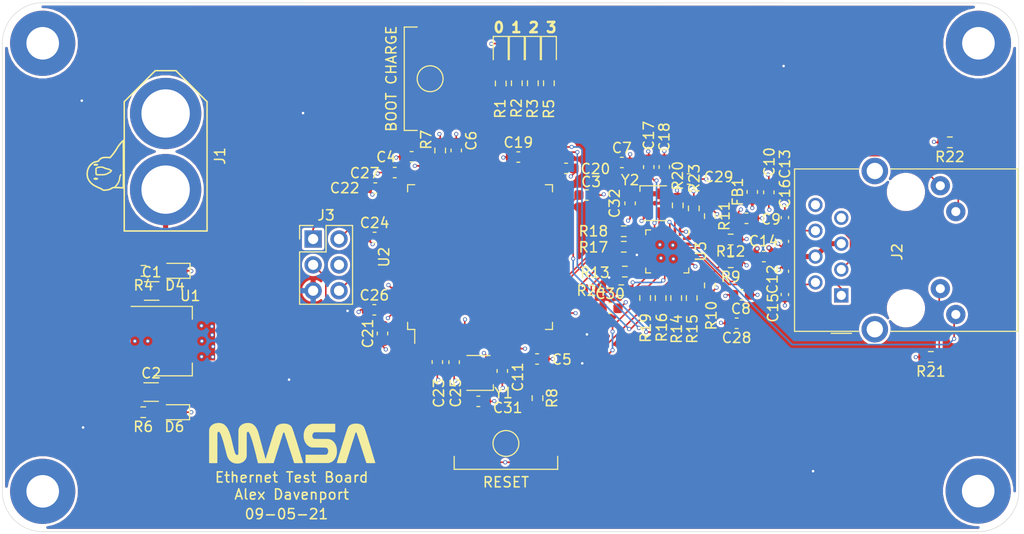
<source format=kicad_pcb>
(kicad_pcb (version 20171130) (host pcbnew "(5.1.7)-1")
  (title_block (title "Ethernet Test Baord") (date 2021-09-05) (rev A) (company MASA) (comment 1 "Alex Davenport"))
  (layers (0 F.Cu signal) (1 In1.Cu signal) (2 In2.Cu signal) (31 B.Cu signal) (34 B.Paste user) (35 F.Paste user) (36 B.SilkS user) (37 F.SilkS user) (38 B.Mask user) (39 F.Mask user) (44 Edge.Cuts user))
  (net 0 "")
  (net 1 NRST)
  (net 2 GND)
  (net 3 "Net-(C3-Pad1)")
  (net 4 +3V3)
  (net 5 BOOT_CHARGE)
  (net 6 /TX_P)
  (net 7 /RX_P)
  (net 8 /TX_N)
  (net 9 "Net-(C17-Pad1)")
  (net 10 +12V)
  (net 11 "Net-(D1-Pad2)")
  (net 12 "Net-(D2-Pad2)")
  (net 13 "Net-(D3-Pad2)")
  (net 14 "Net-(D4-Pad2)")
  (net 15 "Net-(D5-Pad2)")
  (net 16 "Net-(D6-Pad2)")
  (net 17 SWO)
  (net 18 SWCLK)
  (net 19 SWDIO)
  (net 20 "Net-(J2-PadL3)")
  (net 21 "Net-(J2-PadL2)")
  (net 22 MDIO)
  (net 23 TXD0)
  (net 24 "Net-(R14-Pad1)")
  (net 25 TXD1)
  (net 26 "Net-(R15-Pad1)")
  (net 27 TXEN)
  (net 28 "Net-(R16-Pad1)")
  (net 29 RXD0)
  (net 30 "Net-(R17-Pad1)")
  (net 31 RXD1)
  (net 32 "Net-(R18-Pad1)")
  (net 33 REFCLK)
  (net 34 "Net-(R19-Pad1)")
  (net 35 "Net-(R23-Pad1)")
  (net 36 "Net-(R24-Pad1)")
  (net 37 CRS_DV)
  (net 38 MDC)
  (net 39 "Net-(C4-Pad1)")
  (net 40 /50MHZ_CLK)
  (net 41 /25MHZ_CLK)
  (net 42 /RX_N)
  (net 43 /VDDA)
  (net 44 /LED2)
  (net 45 /LED1)
  (net 46 LED0_gpio)
  (net 47 LED1_gpio)
  (net 48 LED2_gpio)
  (net 49 LED3_gpio)
  (module Oscillator:Oscillator_SMD_Kyocera_KC2520Z-4Pin_2.5x2.0mm (layer F.Cu) (at 160.184 94.2488)
    (fp_text reference Y2 (at -2.4246 -2.2754) (layer F.SilkS))
    (fp_text value ECS-TXO-2520MV-250)
    (pad 4 smd rect (at 0.725 -0.925) (size 0.95 1.05) (layers F.Cu F.Paste F.Mask) (net 4 +3V3))
    (pad 3 smd rect (at 0.725 0.925) (size 0.95 1.05) (layers F.Cu F.Paste F.Mask) (net 41 /25MHZ_CLK))
    (pad 2 smd rect (at -0.725 0.925) (size 0.95 1.05) (layers F.Cu F.Paste F.Mask) (net 2 GND))
    (pad 1 smd rect (at -0.725 -0.925) (size 0.95 1.05) (layers F.Cu F.Paste F.Mask) (net 4 +3V3))
  )
  (module Oscillator:Oscillator_SMD_Kyocera_KC2520Z-4Pin_2.5x2.0mm (layer F.Cu) (at 142.875 110.9218 180)
    (fp_text reference Y1 (at -2.4638 -1.9812 180) (layer F.SilkS))
    (fp_text value ECS-TXO-2520MV-500)
    (pad 4 smd rect (at 0.725 -0.925 180) (size 0.95 1.05) (layers F.Cu F.Paste F.Mask) (net 4 +3V3))
    (pad 3 smd rect (at 0.725 0.925 180) (size 0.95 1.05) (layers F.Cu F.Paste F.Mask) (net 40 /50MHZ_CLK))
    (pad 2 smd rect (at -0.725 0.925 180) (size 0.95 1.05) (layers F.Cu F.Paste F.Mask) (net 2 GND))
    (pad 1 smd rect (at -0.725 -0.925 180) (size 0.95 1.05) (layers F.Cu F.Paste F.Mask) (net 4 +3V3))
  )
  (module davenport_kicad_footprints:parrot (layer F.Cu) (at 106.2736 90.5256 90)
    (fp_text reference G*** hide)
    (fp_text value LOGO hide)
  )
  (module davenport_kicad_footprints:logowname (layer F.Cu) (at 124.587 117.8306)
    (fp_text reference G*** hide)
    (fp_text value LOGO hide)
    (fp_text user "Ethernet Test Board" (at -0.0508 3.3528) (layer F.SilkS))
    (fp_text user "Alex Davenport" (at -0.0508 5.0292) (layer F.SilkS))
    (fp_text user 09-05-21 (at -0.5588 6.9596) (layer F.SilkS))
  )
  (module davenport_kicad_footprints:RJ45_Amphenol_RJMG1BD3B8K1ANR_modified (layer F.Cu) (at 178.4858 103.3018 90)
    (fp_text reference J2 (at 4.2672 5.4864 90) (layer F.SilkS))
    (fp_text value RJ45_Amphenol_RJMG1BD3B8K1ANR)
    (pad R1 thru_hole rect (at 0 0 90) (size 1.4 1.4) (drill 0.9) (layers *.Cu *.Mask) (net 6 /TX_P))
    (pad R2 thru_hole circle (at 1.27 -2.54 90) (size 1.4 1.4) (drill 0.9) (layers *.Cu *.Mask) (net 8 /TX_N))
    (pad R3 thru_hole circle (at 2.54 0 90) (size 1.4 1.4) (drill 0.9) (layers *.Cu *.Mask) (net 7 /RX_P))
    (pad R4 thru_hole circle (at 3.81 -2.54 90) (size 1.4 1.4) (drill 0.9) (layers *.Cu *.Mask) (net 43 /VDDA))
    (pad R5 thru_hole circle (at 5.08 0 90) (size 1.4 1.4) (drill 0.9) (layers *.Cu *.Mask) (net 43 /VDDA))
    (pad R6 thru_hole circle (at 6.35 -2.54 90) (size 1.4 1.4) (drill 0.9) (layers *.Cu *.Mask) (net 42 /RX_N))
    (pad R7 thru_hole circle (at 7.62 0 90) (size 1.4 1.4) (drill 0.9) (layers *.Cu *.Mask))
    (pad R8 thru_hole circle (at 8.89 -2.54 90) (size 1.4 1.4) (drill 0.9) (layers *.Cu *.Mask) (net 2 GND))
    (pad L1 thru_hole circle (at 10.77 9.72 90) (size 1.89 1.89) (drill 0.89) (layers *.Cu *.Mask) (net 44 /LED2))
    (pad L2 thru_hole circle (at 8.23 11.24 90) (size 1.89 1.89) (drill 0.89) (layers *.Cu *.Mask) (net 21 "Net-(J2-PadL2)"))
    (pad L3 thru_hole circle (at 0.66 9.72 90) (size 1.89 1.89) (drill 0.89) (layers *.Cu *.Mask) (net 20 "Net-(J2-PadL3)"))
    (pad L4 thru_hole circle (at -1.88 11.24 90) (size 1.89 1.89) (drill 0.89) (layers *.Cu *.Mask) (net 45 /LED1))
    (pad 13 thru_hole circle (at -3.33 3.29 90) (size 2.6 2.6) (drill 1.6) (layers *.Cu *.Mask) (net 2 GND))
    (pad 13 thru_hole circle (at 12.22 3.29 90) (size 2.6 2.6) (drill 1.6) (layers *.Cu *.Mask) (net 2 GND))
    (pad "" np_thru_hole circle (at -1.27 6.34 90) (size 3.25 3.25) (drill 3.25) (layers *.Cu *.Mask))
    (pad "" np_thru_hole circle (at 10.16 6.34 90) (size 3.25 3.25) (drill 3.25) (layers *.Cu *.Mask))
  )
  (module Capacitor_SMD:C_0402_1005Metric (layer F.Cu) (at 172.9486 97.9958 270)
    (fp_text reference C16 (at -4.7016 0 90) (layer F.SilkS))
    (fp_text value 10pF)
    (pad 2 smd roundrect (at 0.48 0 270) (size 0.56 0.62) (layers F.Cu F.Paste F.Mask) (net 2 GND))
    (pad 1 smd roundrect (at -0.48 0 270) (size 0.56 0.62) (layers F.Cu F.Paste F.Mask) (net 42 /RX_N))
  )
  (module Capacitor_SMD:C_0402_1005Metric (layer F.Cu) (at 172.9486 103.223 270)
    (fp_text reference C15 (at 1.298 1.1684 90) (layer F.SilkS))
    (fp_text value 10pF)
    (pad 2 smd roundrect (at 0.48 0 270) (size 0.56 0.62) (layers F.Cu F.Paste F.Mask) (net 2 GND))
    (pad 1 smd roundrect (at -0.48 0 270) (size 0.56 0.62) (layers F.Cu F.Paste F.Mask) (net 8 /TX_N))
  )
  (module Capacitor_SMD:C_0402_1005Metric (layer F.Cu) (at 172.9486 95.659 90)
    (fp_text reference C13 (at 5.2604 0 90) (layer F.SilkS))
    (fp_text value 10pF)
    (pad 2 smd roundrect (at 0.48 0 90) (size 0.56 0.62) (layers F.Cu F.Paste F.Mask) (net 2 GND))
    (pad 1 smd roundrect (at -0.48 0 90) (size 0.56 0.62) (layers F.Cu F.Paste F.Mask) (net 7 /RX_P))
  )
  (module Capacitor_SMD:C_0402_1005Metric (layer F.Cu) (at 172.9486 100.937 90)
    (fp_text reference C12 (at -0.79 -1.2192 90) (layer F.SilkS))
    (fp_text value 10pF)
    (pad 1 smd roundrect (at -0.48 0 90) (size 0.56 0.62) (layers F.Cu F.Paste F.Mask) (net 6 /TX_P))
    (pad 2 smd roundrect (at 0.48 0 90) (size 0.56 0.62) (layers F.Cu F.Paste F.Mask) (net 2 GND))
  )
  (module davenport_kicad_footprints:SKQGADE010 (layer F.Cu) (at 145.5686 117.8518 180)
    (fp_text reference RESET (at 0 -3.81) (layer F.SilkS))
    (fp_text value SW_SPST)
    (pad 2 smd rect (at -3.1 1.85 180) (size 1.8 1.1) (layers F.Cu F.Paste F.Mask) (net 1 NRST))
    (pad 2 smd rect (at 3.1 1.85 180) (size 1.8 1.1) (layers F.Cu F.Paste F.Mask) (net 1 NRST))
    (pad 1 smd rect (at 3.1 -1.85 180) (size 1.8 1.1) (layers F.Cu F.Paste F.Mask) (net 2 GND))
    (pad 1 smd rect (at -3.1 -1.85 180) (size 1.8 1.1) (layers F.Cu F.Paste F.Mask) (net 2 GND))
  )
  (module Capacitor_SMD:C_0603_1608Metric (layer F.Cu) (at 157.7594 94.2594 270)
    (fp_text reference C32 (at 0 1.524 90) (layer F.SilkS))
    (fp_text value 100nF)
    (pad 2 smd roundrect (at 0.775 0 270) (size 0.9 0.95) (layers F.Cu F.Paste F.Mask) (net 2 GND))
    (pad 1 smd roundrect (at -0.775 0 270) (size 0.9 0.95) (layers F.Cu F.Paste F.Mask) (net 4 +3V3))
  )
  (module Package_TO_SOT_SMD:SOT-223 (layer F.Cu) (at 112.8776 107.7976)
    (fp_text reference U1 (at 1.7018 -4.445) (layer F.SilkS))
    (fp_text value TL1963A-33DCYR)
    (pad 1 smd rect (at -3.15 -2.3) (size 2 1.5) (layers F.Cu F.Paste F.Mask) (net 10 +12V))
    (pad 3 smd rect (at -3.15 2.3) (size 2 1.5) (layers F.Cu F.Paste F.Mask) (net 4 +3V3))
    (pad 2 smd rect (at -3.15 0) (size 2 1.5) (layers F.Cu F.Paste F.Mask) (net 2 GND))
    (pad 4 smd rect (at 3.15 0) (size 2 3.8) (layers F.Cu F.Paste F.Mask) (net 2 GND))
  )
  (module Package_DFN_QFN:QFN-24-1EP_4x4mm_P0.5mm_EP2.6x2.6mm (layer F.Cu) (at 161.4043 98.9838 270)
    (fp_text reference U3 (at 0 -3.3 90) (layer F.SilkS))
    (fp_text value LAN8742A)
    (pad 1 smd roundrect (at -1.9375 -1.25 270) (size 0.825 0.25) (layers F.Cu F.Paste F.Mask) (net 43 /VDDA))
    (pad 2 smd roundrect (at -1.9375 -0.75 270) (size 0.825 0.25) (layers F.Cu F.Paste F.Mask) (net 44 /LED2))
    (pad 3 smd roundrect (at -1.9375 -0.25 270) (size 0.825 0.25) (layers F.Cu F.Paste F.Mask) (net 45 /LED1))
    (pad 4 smd roundrect (at -1.9375 0.25 270) (size 0.825 0.25) (layers F.Cu F.Paste F.Mask))
    (pad 5 smd roundrect (at -1.9375 0.75 270) (size 0.825 0.25) (layers F.Cu F.Paste F.Mask) (net 41 /25MHZ_CLK))
    (pad 6 smd roundrect (at -1.9375 1.25 270) (size 0.825 0.25) (layers F.Cu F.Paste F.Mask) (net 9 "Net-(C17-Pad1)"))
    (pad 7 smd roundrect (at -1.25 1.9375 270) (size 0.25 0.825) (layers F.Cu F.Paste F.Mask) (net 32 "Net-(R18-Pad1)"))
    (pad 8 smd roundrect (at -0.75 1.9375 270) (size 0.25 0.825) (layers F.Cu F.Paste F.Mask) (net 30 "Net-(R17-Pad1)"))
    (pad 9 smd roundrect (at -0.25 1.9375 270) (size 0.25 0.825) (layers F.Cu F.Paste F.Mask) (net 4 +3V3))
    (pad 10 smd roundrect (at 0.25 1.9375 270) (size 0.25 0.825) (layers F.Cu F.Paste F.Mask))
    (pad 11 smd roundrect (at 0.75 1.9375 270) (size 0.25 0.825) (layers F.Cu F.Paste F.Mask) (net 37 CRS_DV))
    (pad 12 smd roundrect (at 1.25 1.9375 270) (size 0.25 0.825) (layers F.Cu F.Paste F.Mask) (net 22 MDIO))
    (pad 13 smd roundrect (at 1.9375 1.25 270) (size 0.825 0.25) (layers F.Cu F.Paste F.Mask) (net 38 MDC))
    (pad 14 smd roundrect (at 1.9375 0.75 270) (size 0.825 0.25) (layers F.Cu F.Paste F.Mask) (net 34 "Net-(R19-Pad1)"))
    (pad 15 smd roundrect (at 1.9375 0.25 270) (size 0.825 0.25) (layers F.Cu F.Paste F.Mask) (net 36 "Net-(R24-Pad1)"))
    (pad 16 smd roundrect (at 1.9375 -0.25 270) (size 0.825 0.25) (layers F.Cu F.Paste F.Mask) (net 28 "Net-(R16-Pad1)"))
    (pad 17 smd roundrect (at 1.9375 -0.75 270) (size 0.825 0.25) (layers F.Cu F.Paste F.Mask) (net 24 "Net-(R14-Pad1)"))
    (pad 18 smd roundrect (at 1.9375 -1.25 270) (size 0.825 0.25) (layers F.Cu F.Paste F.Mask) (net 26 "Net-(R15-Pad1)"))
    (pad 19 smd roundrect (at 1.25 -1.9375 270) (size 0.25 0.825) (layers F.Cu F.Paste F.Mask) (net 43 /VDDA))
    (pad 20 smd roundrect (at 0.75 -1.9375 270) (size 0.25 0.825) (layers F.Cu F.Paste F.Mask) (net 8 /TX_N))
    (pad 21 smd roundrect (at 0.25 -1.9375 270) (size 0.25 0.825) (layers F.Cu F.Paste F.Mask) (net 6 /TX_P))
    (pad 22 smd roundrect (at -0.25 -1.9375 270) (size 0.25 0.825) (layers F.Cu F.Paste F.Mask) (net 42 /RX_N))
    (pad 23 smd roundrect (at -0.75 -1.9375 270) (size 0.25 0.825) (layers F.Cu F.Paste F.Mask) (net 7 /RX_P))
    (pad 24 smd roundrect (at -1.25 -1.9375 270) (size 0.25 0.825) (layers F.Cu F.Paste F.Mask) (net 35 "Net-(R23-Pad1)"))
    (pad 25 smd rect (at 0 0 270) (size 2.6 2.6) (layers F.Cu F.Mask) (net 2 GND))
  )
  (module Package_QFP:LQFP-100_14x14mm_P0.5mm (layer F.Cu) (at 143.0274 99.5426 90)
    (fp_text reference U2 (at 0 -9.42 90) (layer F.SilkS))
    (fp_text value STM32F427VGTx)
    (pad 1 smd roundrect (at -7.675 -6 90) (size 1.6 0.3) (layers F.Cu F.Paste F.Mask))
    (pad 2 smd roundrect (at -7.675 -5.5 90) (size 1.6 0.3) (layers F.Cu F.Paste F.Mask))
    (pad 3 smd roundrect (at -7.675 -5 90) (size 1.6 0.3) (layers F.Cu F.Paste F.Mask))
    (pad 4 smd roundrect (at -7.675 -4.5 90) (size 1.6 0.3) (layers F.Cu F.Paste F.Mask))
    (pad 5 smd roundrect (at -7.675 -4 90) (size 1.6 0.3) (layers F.Cu F.Paste F.Mask))
    (pad 6 smd roundrect (at -7.675 -3.5 90) (size 1.6 0.3) (layers F.Cu F.Paste F.Mask) (net 4 +3V3))
    (pad 7 smd roundrect (at -7.675 -3 90) (size 1.6 0.3) (layers F.Cu F.Paste F.Mask))
    (pad 8 smd roundrect (at -7.675 -2.5 90) (size 1.6 0.3) (layers F.Cu F.Paste F.Mask))
    (pad 9 smd roundrect (at -7.675 -2 90) (size 1.6 0.3) (layers F.Cu F.Paste F.Mask))
    (pad 10 smd roundrect (at -7.675 -1.5 90) (size 1.6 0.3) (layers F.Cu F.Paste F.Mask) (net 2 GND))
    (pad 11 smd roundrect (at -7.675 -1 90) (size 1.6 0.3) (layers F.Cu F.Paste F.Mask) (net 4 +3V3))
    (pad 12 smd roundrect (at -7.675 -0.5 90) (size 1.6 0.3) (layers F.Cu F.Paste F.Mask) (net 40 /50MHZ_CLK))
    (pad 13 smd roundrect (at -7.675 0 90) (size 1.6 0.3) (layers F.Cu F.Paste F.Mask))
    (pad 14 smd roundrect (at -7.675 0.5 90) (size 1.6 0.3) (layers F.Cu F.Paste F.Mask) (net 1 NRST))
    (pad 15 smd roundrect (at -7.675 1 90) (size 1.6 0.3) (layers F.Cu F.Paste F.Mask))
    (pad 16 smd roundrect (at -7.675 1.5 90) (size 1.6 0.3) (layers F.Cu F.Paste F.Mask) (net 38 MDC))
    (pad 17 smd roundrect (at -7.675 2 90) (size 1.6 0.3) (layers F.Cu F.Paste F.Mask))
    (pad 18 smd roundrect (at -7.675 2.5 90) (size 1.6 0.3) (layers F.Cu F.Paste F.Mask))
    (pad 19 smd roundrect (at -7.675 3 90) (size 1.6 0.3) (layers F.Cu F.Paste F.Mask) (net 4 +3V3))
    (pad 20 smd roundrect (at -7.675 3.5 90) (size 1.6 0.3) (layers F.Cu F.Paste F.Mask) (net 2 GND))
    (pad 21 smd roundrect (at -7.675 4 90) (size 1.6 0.3) (layers F.Cu F.Paste F.Mask) (net 4 +3V3))
    (pad 22 smd roundrect (at -7.675 4.5 90) (size 1.6 0.3) (layers F.Cu F.Paste F.Mask) (net 4 +3V3))
    (pad 23 smd roundrect (at -7.675 5 90) (size 1.6 0.3) (layers F.Cu F.Paste F.Mask))
    (pad 24 smd roundrect (at -7.675 5.5 90) (size 1.6 0.3) (layers F.Cu F.Paste F.Mask) (net 33 REFCLK))
    (pad 25 smd roundrect (at -7.675 6 90) (size 1.6 0.3) (layers F.Cu F.Paste F.Mask) (net 22 MDIO))
    (pad 26 smd roundrect (at -6 7.675 90) (size 0.3 1.6) (layers F.Cu F.Paste F.Mask))
    (pad 27 smd roundrect (at -5.5 7.675 90) (size 0.3 1.6) (layers F.Cu F.Paste F.Mask) (net 2 GND))
    (pad 28 smd roundrect (at -5 7.675 90) (size 0.3 1.6) (layers F.Cu F.Paste F.Mask) (net 4 +3V3))
    (pad 29 smd roundrect (at -4.5 7.675 90) (size 0.3 1.6) (layers F.Cu F.Paste F.Mask))
    (pad 30 smd roundrect (at -4 7.675 90) (size 0.3 1.6) (layers F.Cu F.Paste F.Mask))
    (pad 31 smd roundrect (at -3.5 7.675 90) (size 0.3 1.6) (layers F.Cu F.Paste F.Mask))
    (pad 32 smd roundrect (at -3 7.675 90) (size 0.3 1.6) (layers F.Cu F.Paste F.Mask) (net 37 CRS_DV))
    (pad 33 smd roundrect (at -2.5 7.675 90) (size 0.3 1.6) (layers F.Cu F.Paste F.Mask) (net 29 RXD0))
    (pad 34 smd roundrect (at -2 7.675 90) (size 0.3 1.6) (layers F.Cu F.Paste F.Mask) (net 31 RXD1))
    (pad 35 smd roundrect (at -1.5 7.675 90) (size 0.3 1.6) (layers F.Cu F.Paste F.Mask))
    (pad 36 smd roundrect (at -1 7.675 90) (size 0.3 1.6) (layers F.Cu F.Paste F.Mask))
    (pad 37 smd roundrect (at -0.5 7.675 90) (size 0.3 1.6) (layers F.Cu F.Paste F.Mask))
    (pad 38 smd roundrect (at 0 7.675 90) (size 0.3 1.6) (layers F.Cu F.Paste F.Mask))
    (pad 39 smd roundrect (at 0.5 7.675 90) (size 0.3 1.6) (layers F.Cu F.Paste F.Mask))
    (pad 40 smd roundrect (at 1 7.675 90) (size 0.3 1.6) (layers F.Cu F.Paste F.Mask))
    (pad 41 smd roundrect (at 1.5 7.675 90) (size 0.3 1.6) (layers F.Cu F.Paste F.Mask))
    (pad 42 smd roundrect (at 2 7.675 90) (size 0.3 1.6) (layers F.Cu F.Paste F.Mask))
    (pad 43 smd roundrect (at 2.5 7.675 90) (size 0.3 1.6) (layers F.Cu F.Paste F.Mask))
    (pad 44 smd roundrect (at 3 7.675 90) (size 0.3 1.6) (layers F.Cu F.Paste F.Mask))
    (pad 45 smd roundrect (at 3.5 7.675 90) (size 0.3 1.6) (layers F.Cu F.Paste F.Mask))
    (pad 46 smd roundrect (at 4 7.675 90) (size 0.3 1.6) (layers F.Cu F.Paste F.Mask))
    (pad 47 smd roundrect (at 4.5 7.675 90) (size 0.3 1.6) (layers F.Cu F.Paste F.Mask))
    (pad 48 smd roundrect (at 5 7.675 90) (size 0.3 1.6) (layers F.Cu F.Paste F.Mask) (net 27 TXEN))
    (pad 49 smd roundrect (at 5.5 7.675 90) (size 0.3 1.6) (layers F.Cu F.Paste F.Mask) (net 3 "Net-(C3-Pad1)"))
    (pad 50 smd roundrect (at 6 7.675 90) (size 0.3 1.6) (layers F.Cu F.Paste F.Mask) (net 4 +3V3))
    (pad 51 smd roundrect (at 7.675 6 90) (size 1.6 0.3) (layers F.Cu F.Paste F.Mask) (net 23 TXD0))
    (pad 52 smd roundrect (at 7.675 5.5 90) (size 1.6 0.3) (layers F.Cu F.Paste F.Mask) (net 25 TXD1))
    (pad 53 smd roundrect (at 7.675 5 90) (size 1.6 0.3) (layers F.Cu F.Paste F.Mask))
    (pad 54 smd roundrect (at 7.675 4.5 90) (size 1.6 0.3) (layers F.Cu F.Paste F.Mask))
    (pad 55 smd roundrect (at 7.675 4 90) (size 1.6 0.3) (layers F.Cu F.Paste F.Mask))
    (pad 56 smd roundrect (at 7.675 3.5 90) (size 1.6 0.3) (layers F.Cu F.Paste F.Mask))
    (pad 57 smd roundrect (at 7.675 3 90) (size 1.6 0.3) (layers F.Cu F.Paste F.Mask))
    (pad 58 smd roundrect (at 7.675 2.5 90) (size 1.6 0.3) (layers F.Cu F.Paste F.Mask))
    (pad 59 smd roundrect (at 7.675 2 90) (size 1.6 0.3) (layers F.Cu F.Paste F.Mask))
    (pad 60 smd roundrect (at 7.675 1.5 90) (size 1.6 0.3) (layers F.Cu F.Paste F.Mask))
    (pad 61 smd roundrect (at 7.675 1 90) (size 1.6 0.3) (layers F.Cu F.Paste F.Mask))
    (pad 62 smd roundrect (at 7.675 0.5 90) (size 1.6 0.3) (layers F.Cu F.Paste F.Mask) (net 49 LED3_gpio))
    (pad 63 smd roundrect (at 7.675 0 90) (size 1.6 0.3) (layers F.Cu F.Paste F.Mask) (net 48 LED2_gpio))
    (pad 64 smd roundrect (at 7.675 -0.5 90) (size 1.6 0.3) (layers F.Cu F.Paste F.Mask) (net 47 LED1_gpio))
    (pad 65 smd roundrect (at 7.675 -1 90) (size 1.6 0.3) (layers F.Cu F.Paste F.Mask) (net 46 LED0_gpio))
    (pad 66 smd roundrect (at 7.675 -1.5 90) (size 1.6 0.3) (layers F.Cu F.Paste F.Mask))
    (pad 67 smd roundrect (at 7.675 -2 90) (size 1.6 0.3) (layers F.Cu F.Paste F.Mask))
    (pad 68 smd roundrect (at 7.675 -2.5 90) (size 1.6 0.3) (layers F.Cu F.Paste F.Mask))
    (pad 69 smd roundrect (at 7.675 -3 90) (size 1.6 0.3) (layers F.Cu F.Paste F.Mask) (net 5 BOOT_CHARGE))
    (pad 70 smd roundrect (at 7.675 -3.5 90) (size 1.6 0.3) (layers F.Cu F.Paste F.Mask) (net 5 BOOT_CHARGE))
    (pad 71 smd roundrect (at 7.675 -4 90) (size 1.6 0.3) (layers F.Cu F.Paste F.Mask))
    (pad 72 smd roundrect (at 7.675 -4.5 90) (size 1.6 0.3) (layers F.Cu F.Paste F.Mask) (net 19 SWDIO))
    (pad 73 smd roundrect (at 7.675 -5 90) (size 1.6 0.3) (layers F.Cu F.Paste F.Mask) (net 39 "Net-(C4-Pad1)"))
    (pad 74 smd roundrect (at 7.675 -5.5 90) (size 1.6 0.3) (layers F.Cu F.Paste F.Mask) (net 2 GND))
    (pad 75 smd roundrect (at 7.675 -6 90) (size 1.6 0.3) (layers F.Cu F.Paste F.Mask) (net 4 +3V3))
    (pad 76 smd roundrect (at 6 -7.675 90) (size 0.3 1.6) (layers F.Cu F.Paste F.Mask) (net 18 SWCLK))
    (pad 77 smd roundrect (at 5.5 -7.675 90) (size 0.3 1.6) (layers F.Cu F.Paste F.Mask))
    (pad 78 smd roundrect (at 5 -7.675 90) (size 0.3 1.6) (layers F.Cu F.Paste F.Mask))
    (pad 79 smd roundrect (at 4.5 -7.675 90) (size 0.3 1.6) (layers F.Cu F.Paste F.Mask))
    (pad 80 smd roundrect (at 4 -7.675 90) (size 0.3 1.6) (layers F.Cu F.Paste F.Mask))
    (pad 81 smd roundrect (at 3.5 -7.675 90) (size 0.3 1.6) (layers F.Cu F.Paste F.Mask))
    (pad 82 smd roundrect (at 3 -7.675 90) (size 0.3 1.6) (layers F.Cu F.Paste F.Mask))
    (pad 83 smd roundrect (at 2.5 -7.675 90) (size 0.3 1.6) (layers F.Cu F.Paste F.Mask))
    (pad 84 smd roundrect (at 2 -7.675 90) (size 0.3 1.6) (layers F.Cu F.Paste F.Mask))
    (pad 85 smd roundrect (at 1.5 -7.675 90) (size 0.3 1.6) (layers F.Cu F.Paste F.Mask))
    (pad 86 smd roundrect (at 1 -7.675 90) (size 0.3 1.6) (layers F.Cu F.Paste F.Mask))
    (pad 87 smd roundrect (at 0.5 -7.675 90) (size 0.3 1.6) (layers F.Cu F.Paste F.Mask))
    (pad 88 smd roundrect (at 0 -7.675 90) (size 0.3 1.6) (layers F.Cu F.Paste F.Mask))
    (pad 89 smd roundrect (at -0.5 -7.675 90) (size 0.3 1.6) (layers F.Cu F.Paste F.Mask) (net 17 SWO))
    (pad 90 smd roundrect (at -1 -7.675 90) (size 0.3 1.6) (layers F.Cu F.Paste F.Mask))
    (pad 91 smd roundrect (at -1.5 -7.675 90) (size 0.3 1.6) (layers F.Cu F.Paste F.Mask))
    (pad 92 smd roundrect (at -2 -7.675 90) (size 0.3 1.6) (layers F.Cu F.Paste F.Mask))
    (pad 93 smd roundrect (at -2.5 -7.675 90) (size 0.3 1.6) (layers F.Cu F.Paste F.Mask))
    (pad 94 smd roundrect (at -3 -7.675 90) (size 0.3 1.6) (layers F.Cu F.Paste F.Mask) (net 2 GND))
    (pad 95 smd roundrect (at -3.5 -7.675 90) (size 0.3 1.6) (layers F.Cu F.Paste F.Mask))
    (pad 96 smd roundrect (at -4 -7.675 90) (size 0.3 1.6) (layers F.Cu F.Paste F.Mask))
    (pad 97 smd roundrect (at -4.5 -7.675 90) (size 0.3 1.6) (layers F.Cu F.Paste F.Mask))
    (pad 98 smd roundrect (at -5 -7.675 90) (size 0.3 1.6) (layers F.Cu F.Paste F.Mask))
    (pad 99 smd roundrect (at -5.5 -7.675 90) (size 0.3 1.6) (layers F.Cu F.Paste F.Mask) (net 2 GND))
    (pad 100 smd roundrect (at -6 -7.675 90) (size 0.3 1.6) (layers F.Cu F.Paste F.Mask) (net 4 +3V3))
  )
  (module davenport_kicad_footprints:SKQGADE010 (layer F.Cu) (at 138.1294 82.0178 90)
    (fp_text reference "BOOT CHARGE" (at 0 -3.81 90) (layer F.SilkS))
    (fp_text value SW_SPST)
    (pad 2 smd rect (at -3.1 1.85 90) (size 1.8 1.1) (layers F.Cu F.Paste F.Mask) (net 5 BOOT_CHARGE))
    (pad 2 smd rect (at 3.1 1.85 90) (size 1.8 1.1) (layers F.Cu F.Paste F.Mask) (net 5 BOOT_CHARGE))
    (pad 1 smd rect (at 3.1 -1.85 90) (size 1.8 1.1) (layers F.Cu F.Paste F.Mask) (net 4 +3V3))
    (pad 1 smd rect (at -3.1 -1.85 90) (size 1.8 1.1) (layers F.Cu F.Paste F.Mask) (net 4 +3V3))
  )
  (module Resistor_SMD:R_0603_1608Metric (layer F.Cu) (at 156.8836 102.7938 180)
    (fp_text reference R24 (at 2.9342 -0.0508) (layer F.SilkS))
    (fp_text value 10k)
    (pad 2 smd roundrect (at 0.825 0 180) (size 0.8 0.95) (layers F.Cu F.Paste F.Mask) (net 4 +3V3))
    (pad 1 smd roundrect (at -0.825 0 180) (size 0.8 0.95) (layers F.Cu F.Paste F.Mask) (net 36 "Net-(R24-Pad1)"))
  )
  (module Resistor_SMD:R_0603_1608Metric (layer F.Cu) (at 164.0078 94.7552 90)
    (fp_text reference R23 (at 2.9342 0.0508 90) (layer F.SilkS))
    (fp_text value 12k1)
    (pad 2 smd roundrect (at 0.825 0 90) (size 0.8 0.95) (layers F.Cu F.Paste F.Mask) (net 2 GND))
    (pad 1 smd roundrect (at -0.825 0 90) (size 0.8 0.95) (layers F.Cu F.Paste F.Mask) (net 35 "Net-(R23-Pad1)"))
  )
  (module Resistor_SMD:R_0603_1608Metric (layer F.Cu) (at 189.1416 88.265 180)
    (fp_text reference R22 (at 0 -1.43) (layer F.SilkS))
    (fp_text value 270)
    (pad 2 smd roundrect (at 0.825 0 180) (size 0.8 0.95) (layers F.Cu F.Paste F.Mask) (net 2 GND))
    (pad 1 smd roundrect (at -0.825 0 180) (size 0.8 0.95) (layers F.Cu F.Paste F.Mask) (net 21 "Net-(J2-PadL2)"))
  )
  (module Resistor_SMD:R_0603_1608Metric (layer F.Cu) (at 187.2742 109.347 180)
    (fp_text reference R21 (at 0 -1.43) (layer F.SilkS))
    (fp_text value 270)
    (pad 2 smd roundrect (at 0.825 0 180) (size 0.8 0.95) (layers F.Cu F.Paste F.Mask) (net 2 GND))
    (pad 1 smd roundrect (at -0.825 0 180) (size 0.8 0.95) (layers F.Cu F.Paste F.Mask) (net 20 "Net-(J2-PadL3)"))
  )
  (module Resistor_SMD:R_0603_1608Metric (layer F.Cu) (at 162.433 94.4626 90)
    (fp_text reference R20 (at 2.9078 0 90) (layer F.SilkS))
    (fp_text value 10k)
    (pad 2 smd roundrect (at 0.825 0 90) (size 0.8 0.95) (layers F.Cu F.Paste F.Mask) (net 2 GND))
    (pad 1 smd roundrect (at -0.825 0 90) (size 0.8 0.95) (layers F.Cu F.Paste F.Mask) (net 44 /LED2))
  )
  (module Resistor_SMD:R_0603_1608Metric (layer F.Cu) (at 159.2326 103.5558 270)
    (fp_text reference R19 (at 2.9464 -0.0508 90) (layer F.SilkS))
    (fp_text value 33)
    (pad 2 smd roundrect (at 0.825 0 270) (size 0.8 0.95) (layers F.Cu F.Paste F.Mask) (net 33 REFCLK))
    (pad 1 smd roundrect (at -0.825 0 270) (size 0.8 0.95) (layers F.Cu F.Paste F.Mask) (net 34 "Net-(R19-Pad1)"))
  )
  (module Resistor_SMD:R_0603_1608Metric (layer F.Cu) (at 157.1376 97.0026 180)
    (fp_text reference R18 (at 2.985 0) (layer F.SilkS))
    (fp_text value 33)
    (pad 2 smd roundrect (at 0.825 0 180) (size 0.8 0.95) (layers F.Cu F.Paste F.Mask) (net 31 RXD1))
    (pad 1 smd roundrect (at -0.825 0 180) (size 0.8 0.95) (layers F.Cu F.Paste F.Mask) (net 32 "Net-(R18-Pad1)"))
  )
  (module Resistor_SMD:R_0603_1608Metric (layer F.Cu) (at 157.1376 98.5266 180)
    (fp_text reference R17 (at 2.985 -0.0508) (layer F.SilkS))
    (fp_text value 33)
    (pad 2 smd roundrect (at 0.825 0 180) (size 0.8 0.95) (layers F.Cu F.Paste F.Mask) (net 29 RXD0))
    (pad 1 smd roundrect (at -0.825 0 180) (size 0.8 0.95) (layers F.Cu F.Paste F.Mask) (net 30 "Net-(R17-Pad1)"))
  )
  (module Resistor_SMD:R_0603_1608Metric (layer F.Cu) (at 160.7566 103.568 270)
    (fp_text reference R16 (at 2.8834 -0.1016 90) (layer F.SilkS))
    (fp_text value 33)
    (pad 2 smd roundrect (at 0.825 0 270) (size 0.8 0.95) (layers F.Cu F.Paste F.Mask) (net 27 TXEN))
    (pad 1 smd roundrect (at -0.825 0 270) (size 0.8 0.95) (layers F.Cu F.Paste F.Mask) (net 28 "Net-(R16-Pad1)"))
  )
  (module Resistor_SMD:R_0603_1608Metric (layer F.Cu) (at 163.8046 103.568 270)
    (fp_text reference R15 (at 3.0358 -0.0508 90) (layer F.SilkS))
    (fp_text value 33)
    (pad 2 smd roundrect (at 0.825 0 270) (size 0.8 0.95) (layers F.Cu F.Paste F.Mask) (net 25 TXD1))
    (pad 1 smd roundrect (at -0.825 0 270) (size 0.8 0.95) (layers F.Cu F.Paste F.Mask) (net 26 "Net-(R15-Pad1)"))
  )
  (module Resistor_SMD:R_0603_1608Metric (layer F.Cu) (at 162.2806 103.568 270)
    (fp_text reference R14 (at 3.0358 -0.0508 90) (layer F.SilkS))
    (fp_text value 33)
    (pad 2 smd roundrect (at 0.825 0 270) (size 0.8 0.95) (layers F.Cu F.Paste F.Mask) (net 23 TXD0))
    (pad 1 smd roundrect (at -0.825 0 270) (size 0.8 0.95) (layers F.Cu F.Paste F.Mask) (net 24 "Net-(R14-Pad1)"))
  )
  (module Resistor_SMD:R_0603_1608Metric (layer F.Cu) (at 157.2392 100.965)
    (fp_text reference R13 (at -2.9342 0.1016) (layer F.SilkS))
    (fp_text value 1k5)
    (pad 2 smd roundrect (at 0.825 0) (size 0.8 0.95) (layers F.Cu F.Paste F.Mask) (net 22 MDIO))
    (pad 1 smd roundrect (at -0.825 0) (size 0.8 0.95) (layers F.Cu F.Paste F.Mask) (net 4 +3V3))
  )
  (module Resistor_SMD:R_0603_1608Metric (layer F.Cu) (at 167.6268 97.8154 180)
    (fp_text reference R12 (at 0.0122 -1.1684) (layer F.SilkS))
    (fp_text value 49.9)
    (pad 1 smd roundrect (at -0.825 0 180) (size 0.8 0.95) (layers F.Cu F.Paste F.Mask) (net 43 /VDDA))
    (pad 2 smd roundrect (at 0.825 0 180) (size 0.8 0.95) (layers F.Cu F.Paste F.Mask) (net 42 /RX_N))
  )
  (module Resistor_SMD:R_0603_1608Metric (layer F.Cu) (at 165.5826 95.5172 270)
    (fp_text reference R11 (at 0 -1.43 90) (layer F.SilkS))
    (fp_text value 49.9)
    (pad 1 smd roundrect (at -0.825 0 270) (size 0.8 0.95) (layers F.Cu F.Paste F.Mask) (net 43 /VDDA))
    (pad 2 smd roundrect (at 0.825 0 270) (size 0.8 0.95) (layers F.Cu F.Paste F.Mask) (net 7 /RX_P))
  )
  (module Resistor_SMD:R_0603_1608Metric (layer F.Cu) (at 165.5826 102.3244 90)
    (fp_text reference R10 (at -2.9586 0.1524 90) (layer F.SilkS))
    (fp_text value 49.9)
    (pad 1 smd roundrect (at -0.825 0 90) (size 0.8 0.95) (layers F.Cu F.Paste F.Mask) (net 43 /VDDA))
    (pad 2 smd roundrect (at 0.825 0 90) (size 0.8 0.95) (layers F.Cu F.Paste F.Mask) (net 8 /TX_N))
  )
  (module Resistor_SMD:R_0603_1608Metric (layer F.Cu) (at 167.6268 100.0506 180)
    (fp_text reference R9 (at 0 -1.43) (layer F.SilkS))
    (fp_text value 49.9)
    (pad 1 smd roundrect (at -0.825 0 180) (size 0.8 0.95) (layers F.Cu F.Paste F.Mask) (net 43 /VDDA))
    (pad 2 smd roundrect (at 0.825 0 180) (size 0.8 0.95) (layers F.Cu F.Paste F.Mask) (net 6 /TX_P))
  )
  (module Resistor_SMD:R_0603_1608Metric (layer F.Cu) (at 139.1158 89.0656 90)
    (fp_text reference R7 (at 1.0546 -1.3716 90) (layer F.SilkS))
    (fp_text value 10k)
    (pad 2 smd roundrect (at 0.825 0 90) (size 0.8 0.95) (layers F.Cu F.Paste F.Mask) (net 2 GND))
    (pad 1 smd roundrect (at -0.825 0 90) (size 0.8 0.95) (layers F.Cu F.Paste F.Mask) (net 5 BOOT_CHARGE))
  )
  (module Resistor_SMD:R_0603_1608Metric (layer F.Cu) (at 149.7838 82.4616 270)
    (fp_text reference R5 (at 2.5268 0 90) (layer F.SilkS))
    (fp_text value 220)
    (pad 2 smd roundrect (at 0.825 0 270) (size 0.8 0.95) (layers F.Cu F.Paste F.Mask) (net 49 LED3_gpio))
    (pad 1 smd roundrect (at -0.825 0 270) (size 0.8 0.95) (layers F.Cu F.Paste F.Mask) (net 15 "Net-(D5-Pad2)"))
  )
  (module Resistor_SMD:R_0603_1608Metric (layer F.Cu) (at 148.209 82.4616 270)
    (fp_text reference R3 (at 2.5014 0.0254 90) (layer F.SilkS))
    (fp_text value 220)
    (pad 2 smd roundrect (at 0.825 0 270) (size 0.8 0.95) (layers F.Cu F.Paste F.Mask) (net 48 LED2_gpio))
    (pad 1 smd roundrect (at -0.825 0 270) (size 0.8 0.95) (layers F.Cu F.Paste F.Mask) (net 13 "Net-(D3-Pad2)"))
  )
  (module Resistor_SMD:R_0603_1608Metric (layer F.Cu) (at 146.6342 82.4616 270)
    (fp_text reference R2 (at 2.4506 0.0254 90) (layer F.SilkS))
    (fp_text value 220)
    (pad 2 smd roundrect (at 0.825 0 270) (size 0.8 0.95) (layers F.Cu F.Paste F.Mask) (net 47 LED1_gpio))
    (pad 1 smd roundrect (at -0.825 0 270) (size 0.8 0.95) (layers F.Cu F.Paste F.Mask) (net 12 "Net-(D2-Pad2)"))
  )
  (module Resistor_SMD:R_0603_1608Metric (layer F.Cu) (at 145.0594 82.486 270)
    (fp_text reference R1 (at 2.477 0.0508 90) (layer F.SilkS))
    (fp_text value 220)
    (pad 2 smd roundrect (at 0.825 0 270) (size 0.8 0.95) (layers F.Cu F.Paste F.Mask) (net 46 LED0_gpio))
    (pad 1 smd roundrect (at -0.825 0 270) (size 0.8 0.95) (layers F.Cu F.Paste F.Mask) (net 11 "Net-(D1-Pad2)"))
  )
  (module Resistor_SMD:R_0603_1608Metric (layer F.Cu) (at 109.9688 114.7826 180)
    (fp_text reference R6 (at 0 -1.43) (layer F.SilkS))
    (fp_text value 1k)
    (pad 2 smd roundrect (at 0.825 0 180) (size 0.8 0.95) (layers F.Cu F.Paste F.Mask) (net 4 +3V3))
    (pad 1 smd roundrect (at -0.825 0 180) (size 0.8 0.95) (layers F.Cu F.Paste F.Mask) (net 16 "Net-(D6-Pad2)"))
  )
  (module Resistor_SMD:R_0603_1608Metric (layer F.Cu) (at 109.9942 100.8888 180)
    (fp_text reference R4 (at 0 -1.43) (layer F.SilkS))
    (fp_text value 10k)
    (pad 2 smd roundrect (at 0.825 0 180) (size 0.8 0.95) (layers F.Cu F.Paste F.Mask) (net 10 +12V))
    (pad 1 smd roundrect (at -0.825 0 180) (size 0.8 0.95) (layers F.Cu F.Paste F.Mask) (net 14 "Net-(D4-Pad2)"))
  )
  (module Resistor_SMD:R_0603_1608Metric (layer F.Cu) (at 148.6662 113.3988 270)
    (fp_text reference R8 (at 0 -1.43 90) (layer F.SilkS))
    (fp_text value 10k)
    (pad 2 smd roundrect (at 0.825 0 270) (size 0.8 0.95) (layers F.Cu F.Paste F.Mask) (net 1 NRST))
    (pad 1 smd roundrect (at -0.825 0 270) (size 0.8 0.95) (layers F.Cu F.Paste F.Mask) (net 4 +3V3))
  )
  (module MountingHole:MountingHole_3.2mm_M3_Pad (layer F.Cu) (at 191.9478 78.5368)
    (fp_text reference MH4 hide)
    (fp_text value MountingHole)
    (pad 1 thru_hole circle (at 0 0) (size 6.4 6.4) (drill 3.2) (layers *.Cu *.Mask) (net 2 GND))
  )
  (module MountingHole:MountingHole_3.2mm_M3_Pad (layer F.Cu) (at 100.1014 122.555)
    (fp_text reference MH3 hide)
    (fp_text value MountingHole)
    (pad 1 thru_hole circle (at 0 0) (size 6.4 6.4) (drill 3.2) (layers *.Cu *.Mask) (net 2 GND))
  )
  (module MountingHole:MountingHole_3.2mm_M3_Pad (layer F.Cu) (at 100.1014 78.5368)
    (fp_text reference MH2 hide)
    (fp_text value MountingHole)
    (pad 1 thru_hole circle (at 0 0) (size 6.4 6.4) (drill 3.2) (layers *.Cu *.Mask) (net 2 GND))
  )
  (module MountingHole:MountingHole_3.2mm_M3_Pad (layer F.Cu) (at 191.9224 122.5296)
    (fp_text reference MH1 hide)
    (fp_text value MountingHole)
    (pad 1 thru_hole circle (at 0 0) (size 6.4 6.4) (drill 3.2) (layers *.Cu *.Mask) (net 2 GND))
  )
  (module davenport_kicad_footprints:XT-60 (layer F.Cu) (at 108.1039 96.9757 90)
    (fp_text reference J1 (at 7.366 9.398 90) (layer F.SilkS))
    (fp_text value XT-60_female)
    (pad 1 thru_hole circle (at 4.0625 4.0625 90) (size 7 7) (drill 4.75) (layers *.Cu *.Mask) (net 10 +12V))
    (pad 2 thru_hole circle (at 11.5425 4.0625 90) (size 7 7) (drill 4.75) (layers *.Cu *.Mask) (net 2 GND))
  )
  (module Connector_PinHeader_2.54mm:PinHeader_2x03_P2.54mm_Vertical (layer F.Cu) (at 126.6444 97.7646)
    (fp_text reference J3 (at 1.27 -2.33) (layer F.SilkS))
    (fp_text value "Debug Header")
    (pad 6 thru_hole oval (at 2.54 5.08) (size 1.7 1.7) (drill 1) (layers *.Cu *.Mask) (net 17 SWO))
    (pad 5 thru_hole oval (at 0 5.08) (size 1.7 1.7) (drill 1) (layers *.Cu *.Mask) (net 4 +3V3))
    (pad 4 thru_hole oval (at 2.54 2.54) (size 1.7 1.7) (drill 1) (layers *.Cu *.Mask) (net 2 GND))
    (pad 3 thru_hole oval (at 0 2.54) (size 1.7 1.7) (drill 1) (layers *.Cu *.Mask) (net 1 NRST))
    (pad 2 thru_hole oval (at 2.54 0) (size 1.7 1.7) (drill 1) (layers *.Cu *.Mask) (net 18 SWCLK))
    (pad 1 thru_hole rect (at 0 0) (size 1.7 1.7) (drill 1) (layers *.Cu *.Mask) (net 19 SWDIO))
  )
  (module Capacitor_SMD:C_0603_1608Metric (layer F.Cu) (at 169.7482 93.1418 90)
    (fp_text reference FB1 (at 0 -1.43 90) (layer F.SilkS))
    (fp_text value FB)
    (pad 1 smd roundrect (at -0.775 0 90) (size 0.9 0.95) (layers F.Cu F.Paste F.Mask) (net 43 /VDDA))
    (pad 2 smd roundrect (at 0.775 0 90) (size 0.9 0.95) (layers F.Cu F.Paste F.Mask) (net 4 +3V3))
  )
  (module LED_SMD:LED_0603_1608Metric (layer F.Cu) (at 149.7838 79.3495 270)
    (fp_text reference D5 hide)
    (fp_text value LED)
    (pad 2 smd roundrect (at 0.7875 0 270) (size 0.875 0.95) (layers F.Cu F.Paste F.Mask) (net 15 "Net-(D5-Pad2)"))
    (pad 1 smd roundrect (at -0.7875 0 270) (size 0.875 0.95) (layers F.Cu F.Paste F.Mask) (net 2 GND))
  )
  (module LED_SMD:LED_0603_1608Metric (layer F.Cu) (at 148.209 79.3495 270)
    (fp_text reference D3 hide)
    (fp_text value LED)
    (pad 2 smd roundrect (at 0.7875 0 270) (size 0.875 0.95) (layers F.Cu F.Paste F.Mask) (net 13 "Net-(D3-Pad2)"))
    (pad 1 smd roundrect (at -0.7875 0 270) (size 0.875 0.95) (layers F.Cu F.Paste F.Mask) (net 2 GND))
  )
  (module LED_SMD:LED_0603_1608Metric (layer F.Cu) (at 146.6342 79.3495 270)
    (fp_text reference D2 hide)
    (fp_text value LED)
    (pad 2 smd roundrect (at 0.7875 0 270) (size 0.875 0.95) (layers F.Cu F.Paste F.Mask) (net 12 "Net-(D2-Pad2)"))
    (pad 1 smd roundrect (at -0.7875 0 270) (size 0.875 0.95) (layers F.Cu F.Paste F.Mask) (net 2 GND))
  )
  (module LED_SMD:LED_0603_1608Metric (layer F.Cu) (at 145.0594 79.3495 270)
    (fp_text reference D1 hide)
    (fp_text value LED)
    (pad 2 smd roundrect (at 0.7875 0 270) (size 0.875 0.95) (layers F.Cu F.Paste F.Mask) (net 11 "Net-(D1-Pad2)"))
    (pad 1 smd roundrect (at -0.7875 0 270) (size 0.875 0.95) (layers F.Cu F.Paste F.Mask) (net 2 GND))
  )
  (module LED_SMD:LED_0603_1608Metric (layer F.Cu) (at 113.0299 114.7826 180)
    (fp_text reference D6 (at 0 -1.43) (layer F.SilkS))
    (fp_text value LED)
    (pad 2 smd roundrect (at 0.7875 0 180) (size 0.875 0.95) (layers F.Cu F.Paste F.Mask) (net 16 "Net-(D6-Pad2)"))
    (pad 1 smd roundrect (at -0.7875 0 180) (size 0.875 0.95) (layers F.Cu F.Paste F.Mask) (net 2 GND))
  )
  (module LED_SMD:LED_0603_1608Metric (layer F.Cu) (at 113.0808 100.8888 180)
    (fp_text reference D4 (at 0 -1.43) (layer F.SilkS))
    (fp_text value LED)
    (pad 2 smd roundrect (at 0.7875 0 180) (size 0.875 0.95) (layers F.Cu F.Paste F.Mask) (net 14 "Net-(D4-Pad2)"))
    (pad 1 smd roundrect (at -0.7875 0 180) (size 0.875 0.95) (layers F.Cu F.Paste F.Mask) (net 2 GND))
  )
  (module Capacitor_SMD:C_1206_3216Metric (layer F.Cu) (at 110.7458 112.8014)
    (fp_text reference C2 (at 0 -1.85) (layer F.SilkS))
    (fp_text value 10uF)
    (pad 2 smd roundrect (at 1.475 0) (size 1.15 1.8) (layers F.Cu F.Paste F.Mask) (roundrect_rratio 0.2173904347826087) (net 2 GND))
    (pad 1 smd roundrect (at -1.475 0) (size 1.15 1.8) (layers F.Cu F.Paste F.Mask) (roundrect_rratio 0.2173904347826087) (net 4 +3V3))
  )
  (module Capacitor_SMD:C_1206_3216Metric (layer F.Cu) (at 110.7966 102.87)
    (fp_text reference C1 (at 0 -1.85) (layer F.SilkS))
    (fp_text value 10uF)
    (pad 2 smd roundrect (at 1.475 0) (size 1.15 1.8) (layers F.Cu F.Paste F.Mask) (roundrect_rratio 0.2173904347826087) (net 2 GND))
    (pad 1 smd roundrect (at -1.475 0) (size 1.15 1.8) (layers F.Cu F.Paste F.Mask) (roundrect_rratio 0.2173904347826087) (net 10 +12V))
  )
  (module Capacitor_SMD:C_0603_1608Metric (layer F.Cu) (at 142.862 113.7158)
    (fp_text reference C31 (at 2.8832 0.635) (layer F.SilkS))
    (fp_text value 100nF)
    (pad 2 smd roundrect (at 0.775 0) (size 0.9 0.95) (layers F.Cu F.Paste F.Mask) (net 2 GND))
    (pad 1 smd roundrect (at -0.775 0) (size 0.9 0.95) (layers F.Cu F.Paste F.Mask) (net 4 +3V3))
  )
  (module Capacitor_SMD:C_0603_1608Metric (layer F.Cu) (at 155.7912 104.5718)
    (fp_text reference C30 (at 0 -1.43) (layer F.SilkS))
    (fp_text value 10uF)
    (pad 2 smd roundrect (at 0.775 0) (size 0.9 0.95) (layers F.Cu F.Paste F.Mask) (net 2 GND))
    (pad 1 smd roundrect (at -0.775 0) (size 0.9 0.95) (layers F.Cu F.Paste F.Mask) (net 4 +3V3))
  )
  (module Capacitor_SMD:C_0603_1608Metric (layer F.Cu) (at 163.5128 91.8718)
    (fp_text reference C29 (at 2.9334 -0.2032) (layer F.SilkS))
    (fp_text value 10uF)
    (pad 2 smd roundrect (at 0.775 0) (size 0.9 0.95) (layers F.Cu F.Paste F.Mask) (net 2 GND))
    (pad 1 smd roundrect (at -0.775 0) (size 0.9 0.95) (layers F.Cu F.Paste F.Mask) (net 4 +3V3))
  )
  (module Capacitor_SMD:C_0603_1608Metric (layer F.Cu) (at 168.2112 106.045 180)
    (fp_text reference C28 (at 0 -1.43) (layer F.SilkS))
    (fp_text value 100nf)
    (pad 2 smd roundrect (at 0.775 0 180) (size 0.9 0.95) (layers F.Cu F.Paste F.Mask) (net 2 GND))
    (pad 1 smd roundrect (at -0.775 0 180) (size 0.9 0.95) (layers F.Cu F.Paste F.Mask) (net 4 +3V3))
  )
  (module Capacitor_SMD:C_0603_1608Metric (layer F.Cu) (at 134.6578 91.2368)
    (fp_text reference C27 (at -2.9588 0.0508) (layer F.SilkS))
    (fp_text value 10uF)
    (pad 2 smd roundrect (at 0.775 0) (size 0.9 0.95) (layers F.Cu F.Paste F.Mask) (net 4 +3V3))
    (pad 1 smd roundrect (at -0.775 0) (size 0.9 0.95) (layers F.Cu F.Paste F.Mask) (net 2 GND))
  )
  (module Capacitor_SMD:C_0603_1608Metric (layer F.Cu) (at 132.6512 104.7242)
    (fp_text reference C26 (at 0 -1.43) (layer F.SilkS))
    (fp_text value 10uF)
    (pad 2 smd roundrect (at 0.775 0) (size 0.9 0.95) (layers F.Cu F.Paste F.Mask) (net 4 +3V3))
    (pad 1 smd roundrect (at -0.775 0) (size 0.9 0.95) (layers F.Cu F.Paste F.Mask) (net 2 GND))
  )
  (module Capacitor_SMD:C_0603_1608Metric (layer F.Cu) (at 140.4874 109.868 90)
    (fp_text reference C25 (at -3.0096 0.1524 90) (layer F.SilkS))
    (fp_text value 10uF)
    (pad 2 smd roundrect (at 0.775 0 90) (size 0.9 0.95) (layers F.Cu F.Paste F.Mask) (net 4 +3V3))
    (pad 1 smd roundrect (at -0.775 0 90) (size 0.9 0.95) (layers F.Cu F.Paste F.Mask) (net 2 GND))
  )
  (module Capacitor_SMD:C_0603_1608Metric (layer F.Cu) (at 132.6772 97.6122)
    (fp_text reference C24 (at 0 -1.43) (layer F.SilkS))
    (fp_text value 100nF)
    (pad 2 smd roundrect (at 0.775 0) (size 0.9 0.95) (layers F.Cu F.Paste F.Mask) (net 4 +3V3))
    (pad 1 smd roundrect (at -0.775 0) (size 0.9 0.95) (layers F.Cu F.Paste F.Mask) (net 2 GND))
  )
  (module Capacitor_SMD:C_0603_1608Metric (layer F.Cu) (at 138.8364 109.855 90)
    (fp_text reference C23 (at -3.048 0.1524 90) (layer F.SilkS))
    (fp_text value 100nF)
    (pad 2 smd roundrect (at 0.775 0 90) (size 0.9 0.95) (layers F.Cu F.Paste F.Mask) (net 4 +3V3))
    (pad 1 smd roundrect (at -0.775 0 90) (size 0.9 0.95) (layers F.Cu F.Paste F.Mask) (net 2 GND))
  )
  (module Capacitor_SMD:C_0603_1608Metric (layer F.Cu) (at 132.7528 92.7608)
    (fp_text reference C22 (at -3.0096 0) (layer F.SilkS))
    (fp_text value 100nF)
    (pad 2 smd roundrect (at 0.775 0) (size 0.9 0.95) (layers F.Cu F.Paste F.Mask) (net 4 +3V3))
    (pad 1 smd roundrect (at -0.775 0) (size 0.9 0.95) (layers F.Cu F.Paste F.Mask) (net 2 GND))
  )
  (module Capacitor_SMD:C_0603_1608Metric (layer F.Cu) (at 133.4516 107.0486 90)
    (fp_text reference C21 (at 0 -1.43 90) (layer F.SilkS))
    (fp_text value 100nF)
    (pad 2 smd roundrect (at 0.775 0 90) (size 0.9 0.95) (layers F.Cu F.Paste F.Mask) (net 4 +3V3))
    (pad 1 smd roundrect (at -0.775 0 90) (size 0.9 0.95) (layers F.Cu F.Paste F.Mask) (net 2 GND))
  )
  (module Capacitor_SMD:C_0603_1608Metric (layer F.Cu) (at 151.4732 90.8304 180)
    (fp_text reference C20 (at -2.8826 -0.0508) (layer F.SilkS))
    (fp_text value 100nF)
    (pad 2 smd roundrect (at 0.775 0 180) (size 0.9 0.95) (layers F.Cu F.Paste F.Mask) (net 4 +3V3))
    (pad 1 smd roundrect (at -0.775 0 180) (size 0.9 0.95) (layers F.Cu F.Paste F.Mask) (net 2 GND))
  )
  (module Capacitor_SMD:C_0603_1608Metric (layer F.Cu) (at 146.7866 89.7128)
    (fp_text reference C19 (at 0 -1.43) (layer F.SilkS))
    (fp_text value 100nF)
    (pad 2 smd roundrect (at 0.775 0) (size 0.9 0.95) (layers F.Cu F.Paste F.Mask) (net 4 +3V3))
    (pad 1 smd roundrect (at -0.775 0) (size 0.9 0.95) (layers F.Cu F.Paste F.Mask) (net 2 GND))
  )
  (module Capacitor_SMD:C_0603_1608Metric (layer F.Cu) (at 161.1122 90.6904 90)
    (fp_text reference C18 (at 2.9334 0 90) (layer F.SilkS))
    (fp_text value 470pF)
    (pad 2 smd roundrect (at 0.775 0 90) (size 0.9 0.95) (layers F.Cu F.Paste F.Mask) (net 2 GND))
    (pad 1 smd roundrect (at -0.775 0 90) (size 0.9 0.95) (layers F.Cu F.Paste F.Mask) (net 9 "Net-(C17-Pad1)"))
  )
  (module Capacitor_SMD:C_0603_1608Metric (layer F.Cu) (at 159.5882 90.6904 90)
    (fp_text reference C17 (at 3.0858 0 90) (layer F.SilkS))
    (fp_text value 1uF)
    (pad 2 smd roundrect (at 0.775 0 90) (size 0.9 0.95) (layers F.Cu F.Paste F.Mask) (net 2 GND))
    (pad 1 smd roundrect (at -0.775 0 90) (size 0.9 0.95) (layers F.Cu F.Paste F.Mask) (net 9 "Net-(C17-Pad1)"))
  )
  (module Capacitor_SMD:C_0603_1608Metric (layer F.Cu) (at 170.8788 99.4918 180)
    (fp_text reference C14 (at 0.013 1.524) (layer F.SilkS))
    (fp_text value 0.022uF)
    (pad 1 smd roundrect (at -0.775 0 180) (size 0.9 0.95) (layers F.Cu F.Paste F.Mask) (net 43 /VDDA))
    (pad 2 smd roundrect (at 0.775 0 180) (size 0.9 0.95) (layers F.Cu F.Paste F.Mask) (net 2 GND))
  )
  (module Capacitor_SMD:C_0603_1608Metric (layer F.Cu) (at 171.3738 93.1796 90)
    (fp_text reference C10 (at 2.9842 0.0508 90) (layer F.SilkS))
    (fp_text value 4.7uF)
    (pad 1 smd roundrect (at -0.775 0 90) (size 0.9 0.95) (layers F.Cu F.Paste F.Mask) (net 43 /VDDA))
    (pad 2 smd roundrect (at 0.775 0 90) (size 0.9 0.95) (layers F.Cu F.Paste F.Mask) (net 2 GND))
  )
  (module Capacitor_SMD:C_0603_1608Metric (layer F.Cu) (at 169.1764 95.7326)
    (fp_text reference C9 (at 2.4006 0.1016) (layer F.SilkS))
    (fp_text value 100nF)
    (pad 1 smd roundrect (at -0.775 0) (size 0.9 0.95) (layers F.Cu F.Paste F.Mask) (net 43 /VDDA))
    (pad 2 smd roundrect (at 0.775 0) (size 0.9 0.95) (layers F.Cu F.Paste F.Mask) (net 2 GND))
  )
  (module Capacitor_SMD:C_0603_1608Metric (layer F.Cu) (at 168.6944 103.251)
    (fp_text reference C8 (at -0.0638 1.3716) (layer F.SilkS))
    (fp_text value 100nF)
    (pad 1 smd roundrect (at -0.775 0) (size 0.9 0.95) (layers F.Cu F.Paste F.Mask) (net 43 /VDDA))
    (pad 2 smd roundrect (at 0.775 0) (size 0.9 0.95) (layers F.Cu F.Paste F.Mask) (net 2 GND))
  )
  (module Capacitor_SMD:C_0603_1608Metric (layer F.Cu) (at 156.9466 90.2462)
    (fp_text reference C7 (at 0 -1.43) (layer F.SilkS))
    (fp_text value 100nF)
    (pad 2 smd roundrect (at 0.775 0) (size 0.9 0.95) (layers F.Cu F.Paste F.Mask) (net 2 GND))
    (pad 1 smd roundrect (at -0.775 0) (size 0.9 0.95) (layers F.Cu F.Paste F.Mask) (net 4 +3V3))
  )
  (module Capacitor_SMD:C_0603_1608Metric (layer F.Cu) (at 140.6906 89.0648 90)
    (fp_text reference C6 (at 0.9522 1.4732 90) (layer F.SilkS))
    (fp_text value 10uF)
    (pad 2 smd roundrect (at 0.775 0 90) (size 0.9 0.95) (layers F.Cu F.Paste F.Mask) (net 2 GND))
    (pad 1 smd roundrect (at -0.775 0 90) (size 0.9 0.95) (layers F.Cu F.Paste F.Mask) (net 5 BOOT_CHARGE))
  )
  (module Capacitor_SMD:C_0603_1608Metric (layer F.Cu) (at 148.6284 109.5502)
    (fp_text reference C5 (at 2.4254 0.0508) (layer F.SilkS))
    (fp_text value 100nF)
    (pad 2 smd roundrect (at 0.775 0) (size 0.9 0.95) (layers F.Cu F.Paste F.Mask) (net 2 GND))
    (pad 1 smd roundrect (at -0.775 0) (size 0.9 0.95) (layers F.Cu F.Paste F.Mask) (net 4 +3V3))
  )
  (module Capacitor_SMD:C_0603_1608Metric (layer F.Cu) (at 136.3088 89.6874 180)
    (fp_text reference C4 (at 2.5016 -0.0254) (layer F.SilkS))
    (fp_text value 2.2uF)
    (pad 2 smd roundrect (at 0.775 0 180) (size 0.9 0.95) (layers F.Cu F.Paste F.Mask) (net 2 GND))
    (pad 1 smd roundrect (at -0.775 0 180) (size 0.9 0.95) (layers F.Cu F.Paste F.Mask) (net 39 "Net-(C4-Pad1)"))
  )
  (module Capacitor_SMD:C_0603_1608Metric (layer F.Cu) (at 153.5052 93.4466)
    (fp_text reference C3 (at 0.4188 -1.2954) (layer F.SilkS))
    (fp_text value 2.2uF)
    (pad 2 smd roundrect (at 0.775 0) (size 0.9 0.95) (layers F.Cu F.Paste F.Mask) (net 2 GND))
    (pad 1 smd roundrect (at -0.775 0) (size 0.9 0.95) (layers F.Cu F.Paste F.Mask) (net 3 "Net-(C3-Pad1)"))
  )
  (module Capacitor_SMD:C_0603_1608Metric (layer F.Cu) (at 145.2118 110.7316 90)
    (fp_text reference C11 (at -0.5966 1.524 90) (layer F.SilkS))
    (fp_text value 100nF)
    (pad 2 smd roundrect (at 0.775 0 90) (size 0.9 0.95) (layers F.Cu F.Paste F.Mask) (net 1 NRST))
    (pad 1 smd roundrect (at -0.775 0 90) (size 0.9 0.95) (layers F.Cu F.Paste F.Mask) (net 2 GND))
  )
  (gr_text "0 1 2 3" (at 147.447 76.9874) (layer F.SilkS) (effects (font (size 1 1) (thickness 0.25))))
  (gr_line (start 195.910523 122.529277) (end 195.910523 78.5622) (layer Edge.Cuts) (width 0.05))
  (gr_arc (start 191.9224 122.529277) (end 191.9224 126.5174) (angle -90) (layer Edge.Cuts) (width 0.05))
  (gr_line (start 100.1268 74.549) (end 191.9224 74.5744) (layer Edge.Cuts) (width 0.05))
  (gr_line (start 96.139 122.555) (end 96.139 78.5368) (layer Edge.Cuts) (width 0.05))
  (gr_line (start 191.9224 126.51748) (end 100.1014 126.5174) (layer Edge.Cuts) (width 0.05))
  (gr_arc (start 100.1014 122.555) (end 96.139 122.555) (angle -90) (layer Edge.Cuts) (width 0.05))
  (gr_arc (start 191.922077 78.5622) (end 195.9102 78.5622) (angle -90) (layer Edge.Cuts) (width 0.05))
  (gr_arc (start 100.1268 78.5368) (end 100.1268 74.549) (angle -90) (layer Edge.Cuts) (width 0.05))
  (segment (start 143.5274 108.2722) (end 145.2118 109.9566) (width 0.16) (layer F.Cu) (net 1))
  (segment (start 143.5274 107.2176) (end 143.5274 108.2722) (width 0.16) (layer F.Cu) (net 1))
  (segment (start 148.6662 113.861) (end 148.6662 114.2238) (width 0.16) (layer F.Cu) (net 1))
  (segment (start 145.2118 110.4066) (end 148.6662 113.861) (width 0.16) (layer F.Cu) (net 1))
  (segment (start 145.2118 109.9566) (end 145.2118 110.4066) (width 0.16) (layer F.Cu) (net 1))
  (segment (start 148.6662 115.9994) (end 148.6686 116.0018) (width 0.16) (layer F.Cu) (net 1))
  (segment (start 148.6662 114.2238) (end 148.6662 115.9994) (width 0.16) (layer F.Cu) (net 1))
  (segment (start 142.4686 116.0018) (end 148.6686 116.0018) (width 0.16) (layer F.Cu) (net 1))
  (segment (start 139.9286 116.0018) (end 142.4686 116.0018) (width 0.16) (layer F.Cu) (net 1))
  (segment (start 127.889 103.9622) (end 139.9286 116.0018) (width 0.16) (layer F.Cu) (net 1))
  (segment (start 127.889 101.5492) (end 127.889 103.9622) (width 0.16) (layer F.Cu) (net 1))
  (segment (start 126.6444 100.3046) (end 127.889 101.5492) (width 0.16) (layer F.Cu) (net 1))
  (via (at 116.7892 109.347) (size 0.4) (drill 0.25) (layers F.Cu B.Cu) (net 2))
  (via (at 116.8146 108.331) (size 0.4) (drill 0.25) (layers F.Cu B.Cu) (net 2))
  (via (at 116.7384 107.188) (size 0.4) (drill 0.25) (layers F.Cu B.Cu) (net 2))
  (via (at 116.713 106.3498) (size 0.4) (drill 0.25) (layers F.Cu B.Cu) (net 2))
  (via (at 136.6266 90.5764) (size 0.4) (drill 0.25) (layers F.Cu B.Cu) (net 2))
  (segment (start 137.0362 90.5764) (end 136.6266 90.5764) (width 0.16) (layer F.Cu) (net 2))
  (segment (start 137.5274 91.0676) (end 137.0362 90.5764) (width 0.16) (layer F.Cu) (net 2))
  (segment (start 137.5274 91.8676) (end 137.5274 91.0676) (width 0.16) (layer F.Cu) (net 2))
  (via (at 152.4 105.0544) (size 0.4) (drill 0.25) (layers F.Cu B.Cu) (net 2))
  (segment (start 152.3882 105.0426) (end 152.4 105.0544) (width 0.16) (layer F.Cu) (net 2))
  (segment (start 150.7024 105.0426) (end 152.3882 105.0426) (width 0.16) (layer F.Cu) (net 2))
  (via (at 160.6804 98.3234) (size 0.4) (drill 0.25) (layers F.Cu B.Cu) (net 2))
  (segment (start 161.3408 98.9838) (end 160.6804 98.3234) (width 0.16) (layer F.Cu) (net 2))
  (segment (start 161.4043 98.9838) (end 161.3408 98.9838) (width 0.16) (layer F.Cu) (net 2))
  (via (at 161.9504 98.3742) (size 0.4) (drill 0.25) (layers F.Cu B.Cu) (net 2))
  (segment (start 161.4043 98.9203) (end 161.9504 98.3742) (width 0.16) (layer F.Cu) (net 2))
  (segment (start 161.4043 98.9838) (end 161.4043 98.9203) (width 0.16) (layer F.Cu) (net 2))
  (via (at 160.782 99.6442) (size 0.4) (drill 0.25) (layers F.Cu B.Cu) (net 2))
  (segment (start 161.4043 99.0219) (end 160.782 99.6442) (width 0.16) (layer F.Cu) (net 2))
  (segment (start 161.4043 98.9838) (end 161.4043 99.0219) (width 0.16) (layer F.Cu) (net 2))
  (via (at 162.0012 99.7204) (size 0.4) (drill 0.25) (layers F.Cu B.Cu) (net 2))
  (segment (start 161.4043 99.1235) (end 162.0012 99.7204) (width 0.16) (layer F.Cu) (net 2))
  (segment (start 161.4043 98.9838) (end 161.4043 99.1235) (width 0.16) (layer F.Cu) (net 2))
  (via (at 158.877 95.9866) (size 0.4) (drill 0.25) (layers F.Cu B.Cu) (net 2))
  (segment (start 159.459 95.4046) (end 158.877 95.9866) (width 0.16) (layer F.Cu) (net 2))
  (segment (start 159.459 95.1738) (end 159.459 95.4046) (width 0.16) (layer F.Cu) (net 2))
  (via (at 157.5562 95.9612) (size 0.4) (drill 0.25) (layers F.Cu B.Cu) (net 2))
  (segment (start 157.7594 95.758) (end 157.5562 95.9612) (width 0.16) (layer F.Cu) (net 2))
  (segment (start 157.7594 95.0344) (end 157.7594 95.758) (width 0.16) (layer F.Cu) (net 2))
  (via (at 162.3568 92.9894) (size 0.4) (drill 0.25) (layers F.Cu B.Cu) (net 2))
  (segment (start 162.433 93.0656) (end 162.3568 92.9894) (width 0.16) (layer F.Cu) (net 2))
  (segment (start 162.433 93.6376) (end 162.433 93.0656) (width 0.16) (layer F.Cu) (net 2))
  (via (at 163.9824 93.0656) (size 0.4) (drill 0.25) (layers F.Cu B.Cu) (net 2))
  (segment (start 164.0078 93.091) (end 163.9824 93.0656) (width 0.16) (layer F.Cu) (net 2))
  (segment (start 164.0078 93.9302) (end 164.0078 93.091) (width 0.16) (layer F.Cu) (net 2))
  (via (at 165.227 91.8972) (size 0.4) (drill 0.25) (layers F.Cu B.Cu) (net 2))
  (segment (start 165.2016 91.8718) (end 165.227 91.8972) (width 0.16) (layer F.Cu) (net 2))
  (segment (start 164.2878 91.8718) (end 165.2016 91.8718) (width 0.16) (layer F.Cu) (net 2))
  (via (at 170.7134 95.7326) (size 0.4) (drill 0.25) (layers F.Cu B.Cu) (net 2))
  (segment (start 169.9514 95.7326) (end 170.7134 95.7326) (width 0.16) (layer F.Cu) (net 2))
  (segment (start 171.3738 91.5162) (end 171.2976 91.44) (width 0.16) (layer F.Cu) (net 2))
  (via (at 171.2976 91.44) (size 0.4) (drill 0.25) (layers F.Cu B.Cu) (net 2))
  (segment (start 171.3738 92.4046) (end 171.3738 91.5162) (width 0.16) (layer F.Cu) (net 2))
  (via (at 172.8724 94.4626) (size 0.4) (drill 0.25) (layers F.Cu B.Cu) (net 2))
  (segment (start 172.9486 94.5388) (end 172.8724 94.4626) (width 0.16) (layer F.Cu) (net 2))
  (segment (start 172.9486 95.179) (end 172.9486 94.5388) (width 0.16) (layer F.Cu) (net 2))
  (via (at 172.2882 98.2218) (size 0.4) (drill 0.25) (layers F.Cu B.Cu) (net 2))
  (segment (start 172.5422 98.4758) (end 172.2882 98.2218) (width 0.16) (layer F.Cu) (net 2))
  (segment (start 172.9486 98.4758) (end 172.5422 98.4758) (width 0.16) (layer F.Cu) (net 2))
  (via (at 172.339 100.7872) (size 0.4) (drill 0.25) (layers F.Cu B.Cu) (net 2))
  (segment (start 172.6692 100.457) (end 172.339 100.7872) (width 0.16) (layer F.Cu) (net 2))
  (segment (start 172.9486 100.457) (end 172.6692 100.457) (width 0.16) (layer F.Cu) (net 2))
  (via (at 172.9486 104.2924) (size 0.4) (drill 0.25) (layers F.Cu B.Cu) (net 2))
  (segment (start 172.9486 103.703) (end 172.9486 104.2924) (width 0.16) (layer F.Cu) (net 2))
  (via (at 170.2562 103.251) (size 0.4) (drill 0.25) (layers F.Cu B.Cu) (net 2))
  (segment (start 169.4694 103.251) (end 170.2562 103.251) (width 0.16) (layer F.Cu) (net 2))
  (segment (start 166.7256 106.045) (end 166.6748 105.9942) (width 0.16) (layer F.Cu) (net 2))
  (via (at 166.6748 105.9942) (size 0.4) (drill 0.25) (layers F.Cu B.Cu) (net 2))
  (segment (start 167.4362 106.045) (end 166.7256 106.045) (width 0.16) (layer F.Cu) (net 2))
  (via (at 170.2308 98.7044) (size 0.4) (drill 0.25) (layers F.Cu B.Cu) (net 2))
  (segment (start 170.1038 98.8314) (end 170.2308 98.7044) (width 0.5) (layer F.Cu) (net 2))
  (segment (start 170.1038 99.4918) (end 170.1038 98.8314) (width 0.5) (layer F.Cu) (net 2))
  (via (at 157.3276 103.9876) (size 0.4) (drill 0.25) (layers F.Cu B.Cu) (net 2))
  (segment (start 156.7434 104.5718) (end 157.3276 103.9876) (width 0.16) (layer F.Cu) (net 2))
  (segment (start 156.5662 104.5718) (end 156.7434 104.5718) (width 0.16) (layer F.Cu) (net 2))
  (via (at 161.1122 89.1286) (size 0.4) (drill 0.25) (layers F.Cu B.Cu) (net 2))
  (segment (start 161.1122 89.9154) (end 161.1122 89.1286) (width 0.16) (layer F.Cu) (net 2))
  (via (at 159.5374 89.154) (size 0.4) (drill 0.25) (layers F.Cu B.Cu) (net 2))
  (segment (start 159.5882 89.2048) (end 159.5374 89.154) (width 0.16) (layer F.Cu) (net 2))
  (segment (start 159.5882 89.9154) (end 159.5882 89.2048) (width 0.16) (layer F.Cu) (net 2))
  (via (at 157.7594 89.4334) (size 0.4) (drill 0.25) (layers F.Cu B.Cu) (net 2))
  (segment (start 157.7216 89.4712) (end 157.7594 89.4334) (width 0.16) (layer F.Cu) (net 2))
  (segment (start 157.7216 90.2462) (end 157.7216 89.4712) (width 0.16) (layer F.Cu) (net 2))
  (via (at 155.1686 93.3704) (size 0.4) (drill 0.25) (layers F.Cu B.Cu) (net 2))
  (segment (start 155.0924 93.4466) (end 155.1686 93.3704) (width 0.16) (layer F.Cu) (net 2))
  (segment (start 154.2802 93.4466) (end 155.0924 93.4466) (width 0.16) (layer F.Cu) (net 2))
  (via (at 151.9428 91.6178) (size 0.4) (drill 0.25) (layers F.Cu B.Cu) (net 2))
  (segment (start 152.2482 91.3124) (end 151.9428 91.6178) (width 0.16) (layer F.Cu) (net 2))
  (segment (start 152.2482 90.8304) (end 152.2482 91.3124) (width 0.16) (layer F.Cu) (net 2))
  (via (at 145.3134 89.7636) (size 0.4) (drill 0.25) (layers F.Cu B.Cu) (net 2))
  (segment (start 145.3642 89.7128) (end 145.3134 89.7636) (width 0.16) (layer F.Cu) (net 2))
  (segment (start 146.0116 89.7128) (end 145.3642 89.7128) (width 0.16) (layer F.Cu) (net 2))
  (via (at 140.6906 87.4522) (size 0.4) (drill 0.25) (layers F.Cu B.Cu) (net 2))
  (segment (start 140.6906 88.2898) (end 140.6906 87.4522) (width 0.16) (layer F.Cu) (net 2))
  (via (at 139.0396 87.4522) (size 0.4) (drill 0.25) (layers F.Cu B.Cu) (net 2))
  (segment (start 139.1158 87.5284) (end 139.0396 87.4522) (width 0.16) (layer F.Cu) (net 2))
  (segment (start 139.1158 88.2406) (end 139.1158 87.5284) (width 0.16) (layer F.Cu) (net 2))
  (via (at 132.4864 98.2726) (size 0.4) (drill 0.25) (layers F.Cu B.Cu) (net 2))
  (segment (start 131.9022 97.6884) (end 132.4864 98.2726) (width 0.16) (layer F.Cu) (net 2))
  (segment (start 131.9022 97.6122) (end 131.9022 97.6884) (width 0.16) (layer F.Cu) (net 2))
  (via (at 132.461 93.3958) (size 0.4) (drill 0.25) (layers F.Cu B.Cu) (net 2))
  (segment (start 131.9778 92.9126) (end 132.461 93.3958) (width 0.16) (layer F.Cu) (net 2))
  (segment (start 131.9778 92.7608) (end 131.9778 92.9126) (width 0.16) (layer F.Cu) (net 2))
  (via (at 134.7978 89.7636) (size 0.4) (drill 0.25) (layers F.Cu B.Cu) (net 2))
  (segment (start 134.874 89.6874) (end 134.7978 89.7636) (width 0.16) (layer F.Cu) (net 2))
  (segment (start 135.5338 89.6874) (end 134.874 89.6874) (width 0.16) (layer F.Cu) (net 2))
  (via (at 132.969 91.3384) (size 0.4) (drill 0.25) (layers F.Cu B.Cu) (net 2))
  (segment (start 133.0706 91.2368) (end 132.969 91.3384) (width 0.16) (layer F.Cu) (net 2))
  (segment (start 133.8828 91.2368) (end 133.0706 91.2368) (width 0.16) (layer F.Cu) (net 2))
  (via (at 131.1148 104.9274) (size 0.4) (drill 0.25) (layers F.Cu B.Cu) (net 2))
  (segment (start 131.318 104.7242) (end 131.1148 104.9274) (width 0.16) (layer F.Cu) (net 2))
  (segment (start 131.8762 104.7242) (end 131.318 104.7242) (width 0.16) (layer F.Cu) (net 2))
  (via (at 133.7818 108.6104) (size 0.4) (drill 0.25) (layers F.Cu B.Cu) (net 2))
  (segment (start 133.4516 108.2802) (end 133.7818 108.6104) (width 0.16) (layer F.Cu) (net 2))
  (segment (start 133.4516 107.8236) (end 133.4516 108.2802) (width 0.16) (layer F.Cu) (net 2))
  (via (at 133.985 105.537) (size 0.4) (drill 0.25) (layers F.Cu B.Cu) (net 2))
  (segment (start 134.4794 105.0426) (end 133.985 105.537) (width 0.16) (layer F.Cu) (net 2))
  (segment (start 135.3524 105.0426) (end 134.4794 105.0426) (width 0.16) (layer F.Cu) (net 2))
  (via (at 134.0358 102.2858) (size 0.4) (drill 0.25) (layers F.Cu B.Cu) (net 2))
  (segment (start 134.2926 102.5426) (end 134.0358 102.2858) (width 0.16) (layer F.Cu) (net 2))
  (segment (start 135.3524 102.5426) (end 134.2926 102.5426) (width 0.16) (layer F.Cu) (net 2))
  (via (at 141.5542 105.664) (size 0.4) (drill 0.25) (layers F.Cu B.Cu) (net 2))
  (segment (start 141.5274 105.6908) (end 141.5542 105.664) (width 0.16) (layer F.Cu) (net 2))
  (segment (start 141.5274 107.2176) (end 141.5274 105.6908) (width 0.16) (layer F.Cu) (net 2))
  (via (at 147.447 108.5342) (size 0.4) (drill 0.25) (layers F.Cu B.Cu) (net 2))
  (segment (start 147.044 108.5342) (end 147.447 108.5342) (width 0.16) (layer F.Cu) (net 2))
  (segment (start 146.5274 108.0176) (end 147.044 108.5342) (width 0.16) (layer F.Cu) (net 2))
  (segment (start 146.5274 107.2176) (end 146.5274 108.0176) (width 0.16) (layer F.Cu) (net 2))
  (via (at 145.2626 112.395) (size 0.4) (drill 0.25) (layers F.Cu B.Cu) (net 2))
  (segment (start 145.2118 112.3442) (end 145.2626 112.395) (width 0.16) (layer F.Cu) (net 2))
  (segment (start 145.2118 111.5066) (end 145.2118 112.3442) (width 0.16) (layer F.Cu) (net 2))
  (via (at 144.4244 113.6904) (size 0.4) (drill 0.25) (layers F.Cu B.Cu) (net 2))
  (segment (start 144.399 113.7158) (end 144.4244 113.6904) (width 0.16) (layer F.Cu) (net 2))
  (segment (start 143.637 113.7158) (end 144.399 113.7158) (width 0.16) (layer F.Cu) (net 2))
  (via (at 150.1648 109.5502) (size 0.4) (drill 0.25) (layers F.Cu B.Cu) (net 2))
  (segment (start 149.4034 109.5502) (end 150.1648 109.5502) (width 0.16) (layer F.Cu) (net 2))
  (via (at 185.801 109.3724) (size 0.4) (drill 0.25) (layers F.Cu B.Cu) (net 2))
  (segment (start 185.8264 109.347) (end 185.801 109.3724) (width 0.16) (layer F.Cu) (net 2))
  (segment (start 186.4492 109.347) (end 185.8264 109.347) (width 0.16) (layer F.Cu) (net 2))
  (via (at 187.579 88.2142) (size 0.4) (drill 0.25) (layers F.Cu B.Cu) (net 2))
  (segment (start 187.6298 88.265) (end 187.579 88.2142) (width 0.16) (layer F.Cu) (net 2))
  (segment (start 188.3166 88.265) (end 187.6298 88.265) (width 0.16) (layer F.Cu) (net 2))
  (segment (start 149.7838 78.562) (end 145.0594 78.562) (width 0.16) (layer F.Cu) (net 2))
  (via (at 144.145 78.5876) (size 0.4) (drill 0.25) (layers F.Cu B.Cu) (net 2))
  (segment (start 144.1706 78.562) (end 144.145 78.5876) (width 0.16) (layer F.Cu) (net 2))
  (segment (start 145.0594 78.562) (end 144.1706 78.562) (width 0.16) (layer F.Cu) (net 2))
  (via (at 114.681 100.9142) (size 0.4) (drill 0.25) (layers F.Cu B.Cu) (net 2))
  (segment (start 114.6556 100.8888) (end 114.681 100.9142) (width 0.16) (layer F.Cu) (net 2))
  (segment (start 113.8683 100.8888) (end 114.6556 100.8888) (width 0.16) (layer F.Cu) (net 2))
  (via (at 114.681 114.7826) (size 0.4) (drill 0.25) (layers F.Cu B.Cu) (net 2))
  (segment (start 113.8174 114.7826) (end 114.681 114.7826) (width 0.16) (layer F.Cu) (net 2))
  (segment (start 109.7276 107.7976) (end 109.7276 107.7976) (width 1) (layer F.Cu) (net 2))
  (segment (start 116.0276 106.626) (end 115.6861 106.2845) (width 1) (layer F.Cu) (net 2))
  (segment (start 116.0276 107.7976) (end 116.0276 106.626) (width 1) (layer F.Cu) (net 2))
  (segment (start 116.0276 108.9946) (end 115.6988 109.3234) (width 1) (layer F.Cu) (net 2))
  (segment (start 116.0276 107.7976) (end 116.0276 108.9946) (width 1) (layer F.Cu) (net 2))
  (segment (start 115.6988 109.3234) (end 112.2208 112.8014) (width 1) (layer F.Cu) (net 2))
  (via (at 115.6988 109.3234) (size 0.4) (drill 0.25) (layers F.Cu B.Cu) (net 2))
  (segment (start 115.7224 107.7976) (end 116.0276 107.7976) (width 1) (layer F.Cu) (net 2))
  (via (at 115.7224 107.7976) (size 0.4) (drill 0.25) (layers F.Cu B.Cu) (net 2))
  (segment (start 115.6861 106.2845) (end 112.2716 102.87) (width 1) (layer F.Cu) (net 2))
  (via (at 115.6861 106.2845) (size 0.4) (drill 0.25) (layers F.Cu B.Cu) (net 2))
  (segment (start 110.4138 107.7976) (end 115.7224 107.7976) (width 1) (layer F.Cu) (net 2))
  (via (at 110.4138 107.7976) (size 0.4) (drill 0.25) (layers F.Cu B.Cu) (net 2))
  (segment (start 109.7276 107.7976) (end 110.4138 107.7976) (width 1) (layer F.Cu) (net 2))
  (via (at 109.1438 107.7976) (size 0.4) (drill 0.25) (layers F.Cu B.Cu) (net 2))
  (via (at 143.4084 108.966) (size 0.4) (drill 0.25) (layers F.Cu B.Cu) (net 2))
  (segment (start 143.6 109.1576) (end 143.4084 108.966) (width 0.16) (layer F.Cu) (net 2))
  (segment (start 143.6 109.9968) (end 143.6 109.1576) (width 0.16) (layer F.Cu) (net 2))
  (via (at 140.589 111.6838) (size 0.4) (drill 0.25) (layers F.Cu B.Cu) (net 2))
  (segment (start 140.4874 111.5822) (end 140.589 111.6838) (width 0.16) (layer F.Cu) (net 2))
  (segment (start 140.4874 110.643) (end 140.4874 111.5822) (width 0.16) (layer F.Cu) (net 2))
  (segment (start 138.8364 111.5314) (end 138.9126 111.6076) (width 0.16) (layer F.Cu) (net 2))
  (via (at 138.9126 111.6076) (size 0.4) (drill 0.25) (layers F.Cu B.Cu) (net 2))
  (segment (start 138.8364 110.63) (end 138.8364 111.5314) (width 0.16) (layer F.Cu) (net 2))
  (segment (start 148.6686 119.7018) (end 145.4996 119.7018) (width 0.16) (layer F.Cu) (net 2))
  (segment (start 145.4996 119.7018) (end 142.4686 119.7018) (width 0.16) (layer F.Cu) (net 2))
  (via (at 145.4996 119.7018) (size 0.4) (drill 0.25) (layers F.Cu B.Cu) (net 2))
  (segment (start 152.1342 94.0426) (end 152.7302 93.4466) (width 0.16) (layer F.Cu) (net 3))
  (segment (start 150.7024 94.0426) (end 152.1342 94.0426) (width 0.16) (layer F.Cu) (net 3))
  (segment (start 138.8364 108.607424) (end 138.8364 109.08) (width 0.16) (layer F.Cu) (net 4))
  (segment (start 139.5274 107.916424) (end 138.8364 108.607424) (width 0.16) (layer F.Cu) (net 4))
  (segment (start 139.5274 107.2176) (end 139.5274 107.916424) (width 0.16) (layer F.Cu) (net 4))
  (segment (start 142.0274 108.0864) (end 142.0274 107.2176) (width 0.16) (layer F.Cu) (net 4))
  (segment (start 141.0208 109.093) (end 142.0274 108.0864) (width 0.16) (layer F.Cu) (net 4))
  (segment (start 140.4874 109.093) (end 141.0208 109.093) (width 0.16) (layer F.Cu) (net 4))
  (segment (start 147.56 109.5502) (end 147.8534 109.5502) (width 0.16) (layer F.Cu) (net 4))
  (segment (start 146.0274 108.0176) (end 147.56 109.5502) (width 0.16) (layer F.Cu) (net 4))
  (segment (start 146.0274 107.2176) (end 146.0274 108.0176) (width 0.16) (layer F.Cu) (net 4))
  (segment (start 147.5274 106.518776) (end 147.5274 107.2176) (width 0.16) (layer F.Cu) (net 4))
  (segment (start 149.503576 104.5426) (end 147.5274 106.518776) (width 0.16) (layer F.Cu) (net 4))
  (segment (start 150.7024 104.5426) (end 149.503576 104.5426) (width 0.16) (layer F.Cu) (net 4))
  (via (at 153.0604 109.982) (size 0.4) (drill 0.25) (layers F.Cu B.Cu) (net 4))
  (via (at 153.5176 107.1372) (size 0.4) (drill 0.25) (layers F.Cu B.Cu) (net 4))
  (via (at 130.0226 104.8258) (size 0.4) (drill 0.25) (layers F.Cu B.Cu) (net 4))
  (segment (start 134.6214 106.2736) (end 135.3524 105.5426) (width 0.16) (layer F.Cu) (net 4))
  (segment (start 133.4516 106.2736) (end 134.6214 106.2736) (width 0.16) (layer F.Cu) (net 4))
  (segment (start 150.7024 90.8346) (end 150.6982 90.8304) (width 0.16) (layer F.Cu) (net 4))
  (segment (start 150.7024 93.5426) (end 150.7024 90.8346) (width 0.16) (layer F.Cu) (net 4))
  (via (at 155.702 101.5492) (size 0.4) (drill 0.25) (layers F.Cu B.Cu) (net 4))
  (segment (start 156.2862 100.965) (end 155.702 101.5492) (width 0.16) (layer F.Cu) (net 4))
  (segment (start 156.4142 100.965) (end 156.2862 100.965) (width 0.16) (layer F.Cu) (net 4))
  (via (at 158.4198 99.3268) (size 0.4) (drill 0.25) (layers F.Cu B.Cu) (net 4))
  (segment (start 159.0128 98.7338) (end 158.4198 99.3268) (width 0.16) (layer F.Cu) (net 4))
  (segment (start 159.4668 98.7338) (end 159.0128 98.7338) (width 0.16) (layer F.Cu) (net 4))
  (via (at 103.9368 84.1756) (size 0.4) (drill 0.25) (layers F.Cu B.Cu) (net 4))
  (via (at 104.0638 116.2812) (size 0.4) (drill 0.25) (layers F.Cu B.Cu) (net 4))
  (via (at 175.7172 120.5738) (size 0.4) (drill 0.25) (layers F.Cu B.Cu) (net 4))
  (via (at 172.8216 80.772) (size 0.4) (drill 0.25) (layers F.Cu B.Cu) (net 4))
  (via (at 125.6538 85.3948) (size 0.4) (drill 0.25) (layers F.Cu B.Cu) (net 4))
  (via (at 124.2822 111.5822) (size 0.4) (drill 0.25) (layers F.Cu B.Cu) (net 4))
  (segment (start 140.6398 89.8906) (end 140.6906 89.8398) (width 0.5) (layer F.Cu) (net 5))
  (segment (start 139.1158 89.8906) (end 140.6398 89.8906) (width 0.5) (layer F.Cu) (net 5))
  (segment (start 139.5274 90.3022) (end 139.5274 91.8676) (width 0.16) (layer F.Cu) (net 5))
  (segment (start 139.1158 89.8906) (end 139.5274 90.3022) (width 0.16) (layer F.Cu) (net 5))
  (segment (start 140.0274 90.503) (end 140.6906 89.8398) (width 0.16) (layer F.Cu) (net 5))
  (segment (start 140.0274 91.8676) (end 140.0274 90.503) (width 0.16) (layer F.Cu) (net 5))
  (segment (start 139.9794 78.9178) (end 139.9794 85.1178) (width 0.16) (layer F.Cu) (net 5))
  (segment (start 139.79781 85.29939) (end 139.9794 85.1178) (width 0.16) (layer F.Cu) (net 5))
  (segment (start 139.79781 88.94701) (end 139.79781 85.29939) (width 0.16) (layer F.Cu) (net 5))
  (segment (start 140.6906 89.8398) (end 139.79781 88.94701) (width 0.16) (layer F.Cu) (net 5))
  (segment (start 163.4468 99.3388) (end 164.974262 99.3388) (width 0.16) (layer F.Cu) (net 6))
  (segment (start 163.3418 99.2338) (end 163.4468 99.3388) (width 0.16) (layer F.Cu) (net 6))
  (segment (start 166.8018 100.1522) (end 166.294731 100.659269) (width 0.16) (layer F.Cu) (net 6))
  (segment (start 166.8018 100.0506) (end 166.8018 100.1522) (width 0.16) (layer F.Cu) (net 6))
  (segment (start 166.294731 100.659269) (end 167.573062 101.9376) (width 0.16) (layer F.Cu) (net 6))
  (segment (start 164.974262 99.3388) (end 166.294731 100.659269) (width 0.16) (layer F.Cu) (net 6))
  (segment (start 172.9486 101.8942) (end 172.992 101.9376) (width 0.16) (layer F.Cu) (net 6))
  (segment (start 172.9486 101.417) (end 172.9486 101.8942) (width 0.16) (layer F.Cu) (net 6))
  (segment (start 167.573062 101.9376) (end 172.992 101.9376) (width 0.16) (layer F.Cu) (net 6))
  (segment (start 178.4858 102.6414) (end 178.4858 103.3018) (width 0.16) (layer F.Cu) (net 6))
  (segment (start 176.7586 100.9142) (end 178.4858 102.6414) (width 0.16) (layer F.Cu) (net 6))
  (segment (start 174.9372 100.9142) (end 176.7586 100.9142) (width 0.16) (layer F.Cu) (net 6))
  (segment (start 173.9138 101.9376) (end 174.9372 100.9142) (width 0.16) (layer F.Cu) (net 6))
  (segment (start 172.992 101.9376) (end 173.9138 101.9376) (width 0.16) (layer F.Cu) (net 6))
  (segment (start 163.4468 98.3388) (end 164.701738 98.3388) (width 0.16) (layer F.Cu) (net 7))
  (segment (start 163.3418 98.2338) (end 163.4468 98.3388) (width 0.16) (layer F.Cu) (net 7))
  (segment (start 173.9138 96.6544) (end 174.496401 96.071799) (width 0.16) (layer F.Cu) (net 7))
  (segment (start 165.5826 96.3422) (end 166.140469 96.900069) (width 0.16) (layer F.Cu) (net 7))
  (segment (start 166.140469 96.900069) (end 166.386138 96.6544) (width 0.16) (layer F.Cu) (net 7))
  (segment (start 164.701738 98.3388) (end 166.140469 96.900069) (width 0.16) (layer F.Cu) (net 7))
  (segment (start 172.9486 96.139) (end 172.9486 96.5962) (width 0.16) (layer F.Cu) (net 7))
  (segment (start 172.9486 96.5962) (end 172.8904 96.6544) (width 0.16) (layer F.Cu) (net 7))
  (segment (start 172.8904 96.6544) (end 173.9138 96.6544) (width 0.16) (layer F.Cu) (net 7))
  (segment (start 166.386138 96.6544) (end 172.8904 96.6544) (width 0.16) (layer F.Cu) (net 7))
  (segment (start 174.496401 96.071799) (end 174.496401 96.064399) (width 0.16) (layer F.Cu) (net 7))
  (segment (start 174.496401 96.064399) (end 174.879 95.6818) (width 0.16) (layer F.Cu) (net 7))
  (segment (start 174.879 95.6818) (end 176.5046 95.6818) (width 0.16) (layer F.Cu) (net 7))
  (segment (start 176.5046 95.6818) (end 177.7746 96.9518) (width 0.16) (layer F.Cu) (net 7))
  (segment (start 179.392801 99.854799) (end 178.4858 100.7618) (width 0.16) (layer F.Cu) (net 7))
  (segment (start 179.392801 97.786439) (end 179.392801 99.854799) (width 0.16) (layer F.Cu) (net 7))
  (segment (start 178.558162 96.9518) (end 179.392801 97.786439) (width 0.16) (layer F.Cu) (net 7))
  (segment (start 177.7746 96.9518) (end 178.558162 96.9518) (width 0.16) (layer F.Cu) (net 7))
  (segment (start 175.75 102.2276) (end 175.9458 102.0318) (width 0.16) (layer F.Cu) (net 8))
  (segment (start 163.4468 99.6288) (end 164.854138 99.6288) (width 0.16) (layer F.Cu) (net 8))
  (segment (start 163.3418 99.7338) (end 163.4468 99.6288) (width 0.16) (layer F.Cu) (net 8))
  (segment (start 165.5826 101.4222) (end 166.115069 100.889731) (width 0.16) (layer F.Cu) (net 8))
  (segment (start 165.5826 101.4994) (end 165.5826 101.4222) (width 0.16) (layer F.Cu) (net 8))
  (segment (start 166.115069 100.889731) (end 167.452938 102.2276) (width 0.16) (layer F.Cu) (net 8))
  (segment (start 164.854138 99.6288) (end 166.115069 100.889731) (width 0.16) (layer F.Cu) (net 8))
  (segment (start 172.9486 102.2858) (end 172.8904 102.2276) (width 0.16) (layer F.Cu) (net 8))
  (segment (start 172.9486 102.743) (end 172.9486 102.2858) (width 0.16) (layer F.Cu) (net 8))
  (segment (start 172.8904 102.2276) (end 175.75 102.2276) (width 0.16) (layer F.Cu) (net 8))
  (segment (start 167.452938 102.2276) (end 172.8904 102.2276) (width 0.16) (layer F.Cu) (net 8))
  (segment (start 161.1122 91.4654) (end 159.5882 91.4654) (width 0.16) (layer F.Cu) (net 9))
  (via (at 160.147 96.1898) (size 0.4) (drill 0.25) (layers F.Cu B.Cu) (net 9))
  (segment (start 160.1543 96.1971) (end 160.147 96.1898) (width 0.16) (layer F.Cu) (net 9))
  (segment (start 160.1543 97.0463) (end 160.1543 96.1971) (width 0.16) (layer F.Cu) (net 9))
  (via (at 160.3502 92.0242) (size 0.4) (drill 0.25) (layers F.Cu B.Cu) (net 9))
  (segment (start 160.3502 95.9866) (end 160.3502 92.0242) (width 0.16) (layer B.Cu) (net 9))
  (segment (start 160.147 96.1898) (end 160.3502 95.9866) (width 0.16) (layer B.Cu) (net 9))
  (segment (start 160.147 92.0242) (end 159.5882 91.4654) (width 0.16) (layer F.Cu) (net 9))
  (segment (start 160.3502 92.0242) (end 160.147 92.0242) (width 0.16) (layer F.Cu) (net 9))
  (segment (start 112.1664 97.8916) (end 109.1692 100.8888) (width 0.5) (layer F.Cu) (net 10))
  (segment (start 112.1664 92.9132) (end 112.1664 97.8916) (width 0.5) (layer F.Cu) (net 10))
  (segment (start 109.3216 101.0412) (end 109.1692 100.8888) (width 0.5) (layer F.Cu) (net 10))
  (segment (start 109.3216 102.87) (end 109.3216 101.0412) (width 0.5) (layer F.Cu) (net 10))
  (segment (start 109.7276 103.276) (end 109.3216 102.87) (width 0.5) (layer F.Cu) (net 10))
  (segment (start 109.7276 105.4976) (end 109.7276 103.276) (width 0.5) (layer F.Cu) (net 10))
  (segment (start 145.0594 81.661) (end 145.0594 80.137) (width 0.16) (layer F.Cu) (net 11))
  (segment (start 146.6342 81.6366) (end 146.6342 80.137) (width 0.16) (layer F.Cu) (net 12))
  (segment (start 148.209 81.6366) (end 148.209 80.137) (width 0.16) (layer F.Cu) (net 13))
  (segment (start 110.8192 100.8888) (end 112.2933 100.8888) (width 0.16) (layer F.Cu) (net 14))
  (segment (start 149.7838 81.6366) (end 149.7838 80.137) (width 0.16) (layer F.Cu) (net 15))
  (segment (start 110.7938 114.7826) (end 112.2424 114.7826) (width 0.16) (layer F.Cu) (net 16))
  (segment (start 131.84341 100.18559) (end 129.1844 102.8446) (width 0.16) (layer F.Cu) (net 17))
  (segment (start 134.89141 100.18559) (end 131.84341 100.18559) (width 0.16) (layer F.Cu) (net 17))
  (segment (start 135.0344 100.0426) (end 134.89141 100.18559) (width 0.16) (layer F.Cu) (net 17))
  (segment (start 135.3524 100.0426) (end 135.0344 100.0426) (width 0.16) (layer F.Cu) (net 17))
  (segment (start 133.4064 93.5426) (end 129.1844 97.7646) (width 0.16) (layer F.Cu) (net 18))
  (segment (start 135.3524 93.5426) (end 133.4064 93.5426) (width 0.16) (layer F.Cu) (net 18))
  (segment (start 126.6444 96.7546) (end 126.6444 97.7646) (width 0.16) (layer F.Cu) (net 19))
  (segment (start 137.4394 88.7476) (end 134.6514 88.7476) (width 0.16) (layer F.Cu) (net 19))
  (segment (start 134.6514 88.7476) (end 126.6444 96.7546) (width 0.16) (layer F.Cu) (net 19))
  (segment (start 137.9982 89.3064) (end 137.4394 88.7476) (width 0.16) (layer F.Cu) (net 19))
  (segment (start 137.9982 90.551) (end 137.9982 89.3064) (width 0.16) (layer F.Cu) (net 19))
  (segment (start 138.5274 91.0802) (end 137.9982 90.551) (width 0.16) (layer F.Cu) (net 19))
  (segment (start 138.5274 91.8676) (end 138.5274 91.0802) (width 0.16) (layer F.Cu) (net 19))
  (segment (start 188.0992 102.7484) (end 188.2058 102.6418) (width 0.16) (layer F.Cu) (net 20))
  (segment (start 188.0992 109.347) (end 188.0992 102.7484) (width 0.16) (layer F.Cu) (net 20))
  (segment (start 189.9666 94.831) (end 189.7258 95.0718) (width 0.16) (layer F.Cu) (net 21))
  (segment (start 189.9666 88.265) (end 189.9666 94.831) (width 0.16) (layer F.Cu) (net 21))
  (segment (start 156.044 100.2338) (end 153.9494 102.3284) (width 0.16) (layer F.Cu) (net 22))
  (segment (start 153.9494 102.3284) (end 153.9494 105.1306) (width 0.16) (layer F.Cu) (net 22))
  (segment (start 151.8624 107.2176) (end 149.0274 107.2176) (width 0.16) (layer F.Cu) (net 22))
  (segment (start 153.9494 105.1306) (end 151.8624 107.2176) (width 0.16) (layer F.Cu) (net 22))
  (segment (start 158.0642 100.2538) (end 158.0442 100.2338) (width 0.16) (layer F.Cu) (net 22))
  (segment (start 158.0642 100.965) (end 158.0642 100.2538) (width 0.16) (layer F.Cu) (net 22))
  (segment (start 158.0442 100.2338) (end 156.044 100.2338) (width 0.16) (layer F.Cu) (net 22))
  (segment (start 159.4668 100.2338) (end 158.0442 100.2338) (width 0.16) (layer F.Cu) (net 22))
  (via (at 152.5778 89.23081) (size 0.4) (drill 0.25) (layers F.Cu B.Cu) (net 23))
  (segment (start 150.54519 89.23081) (end 152.5778 89.23081) (width 0.16) (layer F.Cu) (net 23))
  (segment (start 149.0274 90.7486) (end 150.54519 89.23081) (width 0.16) (layer F.Cu) (net 23))
  (segment (start 149.0274 91.8676) (end 149.0274 90.7486) (width 0.16) (layer F.Cu) (net 23))
  (segment (start 152.5778 89.23081) (end 152.5778 100.457) (width 0.16) (layer B.Cu) (net 23))
  (segment (start 160.1714 106.5022) (end 158.623 106.5022) (width 0.16) (layer F.Cu) (net 23))
  (via (at 158.623 106.5022) (size 0.4) (drill 0.25) (layers F.Cu B.Cu) (net 23))
  (segment (start 152.5778 100.457) (end 158.623 106.5022) (width 0.16) (layer B.Cu) (net 23))
  (segment (start 162.2806 104.393) (end 160.1714 106.5022) (width 0.16) (layer F.Cu) (net 23))
  (segment (start 162.1543 102.6167) (end 162.2806 102.743) (width 0.16) (layer F.Cu) (net 24))
  (segment (start 162.1543 100.9213) (end 162.1543 102.6167) (width 0.16) (layer F.Cu) (net 24))
  (segment (start 148.5274 90.813358) (end 150.618558 88.7222) (width 0.16) (layer F.Cu) (net 25))
  (segment (start 150.618558 88.7222) (end 152.019 88.7222) (width 0.16) (layer F.Cu) (net 25))
  (segment (start 148.5274 91.8676) (end 148.5274 90.813358) (width 0.16) (layer F.Cu) (net 25))
  (via (at 152.019 88.7222) (size 0.4) (drill 0.25) (layers F.Cu B.Cu) (net 25))
  (segment (start 161.28839 106.90921) (end 159.3342 106.90921) (width 0.16) (layer F.Cu) (net 25))
  (via (at 159.3342 106.90921) (size 0.4) (drill 0.25) (layers F.Cu B.Cu) (net 25))
  (segment (start 152.019 88.7222) (end 152.773762 88.7222) (width 0.16) (layer B.Cu) (net 25))
  (segment (start 163.8046 104.393) (end 161.28839 106.90921) (width 0.16) (layer F.Cu) (net 25))
  (segment (start 153.035 100.327168) (end 159.3342 106.626368) (width 0.16) (layer B.Cu) (net 25))
  (segment (start 152.773762 88.7222) (end 153.035 88.983438) (width 0.16) (layer B.Cu) (net 25))
  (segment (start 153.035 88.983438) (end 153.035 100.327168) (width 0.16) (layer B.Cu) (net 25))
  (segment (start 159.3342 106.626368) (end 159.3342 106.90921) (width 0.16) (layer B.Cu) (net 25))
  (segment (start 162.6543 101.5927) (end 163.8046 102.743) (width 0.16) (layer F.Cu) (net 26))
  (segment (start 162.6543 100.9213) (end 162.6543 101.5927) (width 0.16) (layer F.Cu) (net 26))
  (via (at 152.1708 99.695) (size 0.4) (drill 0.25) (layers F.Cu B.Cu) (net 27))
  (segment (start 152.1708 95.211) (end 152.1708 99.695) (width 0.16) (layer F.Cu) (net 27))
  (segment (start 151.5024 94.5426) (end 152.1708 95.211) (width 0.16) (layer F.Cu) (net 27))
  (segment (start 150.7024 94.5426) (end 151.5024 94.5426) (width 0.16) (layer F.Cu) (net 27))
  (via (at 157.6578 106.6038) (size 0.4) (drill 0.25) (layers F.Cu B.Cu) (net 27))
  (segment (start 152.1708 101.1168) (end 157.6578 106.6038) (width 0.16) (layer B.Cu) (net 27))
  (segment (start 152.1708 99.695) (end 152.1708 101.1168) (width 0.16) (layer B.Cu) (net 27))
  (segment (start 159.8158 105.3338) (end 160.7566 104.393) (width 0.16) (layer F.Cu) (net 27))
  (segment (start 159.0802 105.3338) (end 159.8158 105.3338) (width 0.16) (layer F.Cu) (net 27))
  (segment (start 157.8102 106.6038) (end 159.0802 105.3338) (width 0.16) (layer F.Cu) (net 27))
  (segment (start 157.6578 106.6038) (end 157.8102 106.6038) (width 0.16) (layer F.Cu) (net 27))
  (segment (start 161.6543 101.8453) (end 160.7566 102.743) (width 0.16) (layer F.Cu) (net 28))
  (segment (start 161.6543 100.9213) (end 161.6543 101.8453) (width 0.16) (layer F.Cu) (net 28))
  (segment (start 151.3478 102.0426) (end 150.7024 102.0426) (width 0.16) (layer F.Cu) (net 29))
  (segment (start 151.544214 101.89961) (end 151.49079 101.89961) (width 0.16) (layer F.Cu) (net 29))
  (segment (start 151.614216 101.829608) (end 151.544214 101.89961) (width 0.16) (layer F.Cu) (net 29))
  (segment (start 154.924292 98.5266) (end 151.621284 101.829608) (width 0.16) (layer F.Cu) (net 29))
  (segment (start 156.3126 98.5266) (end 154.924292 98.5266) (width 0.16) (layer F.Cu) (net 29))
  (segment (start 151.49079 101.89961) (end 151.3478 102.0426) (width 0.16) (layer F.Cu) (net 29))
  (segment (start 151.621284 101.829608) (end 151.614216 101.829608) (width 0.16) (layer F.Cu) (net 29))
  (segment (start 158.2554 98.2338) (end 157.9626 98.5266) (width 0.16) (layer F.Cu) (net 30))
  (segment (start 159.4668 98.2338) (end 158.2554 98.2338) (width 0.16) (layer F.Cu) (net 30))
  (segment (start 156.0424 97.0026) (end 151.5024 101.5426) (width 0.16) (layer F.Cu) (net 31))
  (segment (start 151.5024 101.5426) (end 150.7024 101.5426) (width 0.16) (layer F.Cu) (net 31))
  (segment (start 156.3126 97.0026) (end 156.0424 97.0026) (width 0.16) (layer F.Cu) (net 31))
  (segment (start 158.7356 97.0026) (end 159.4668 97.7338) (width 0.16) (layer F.Cu) (net 32))
  (segment (start 157.9626 97.0026) (end 158.7356 97.0026) (width 0.16) (layer F.Cu) (net 32))
  (segment (start 155.0792 108.5342) (end 159.2326 104.3808) (width 0.16) (layer F.Cu) (net 33))
  (segment (start 149.0168 108.5342) (end 155.0792 108.5342) (width 0.16) (layer F.Cu) (net 33))
  (segment (start 148.5138 108.0312) (end 149.0168 108.5342) (width 0.16) (layer F.Cu) (net 33))
  (segment (start 148.5274 108.0176) (end 148.5138 108.0312) (width 0.16) (layer F.Cu) (net 33))
  (segment (start 148.5274 107.2176) (end 148.5274 108.0176) (width 0.16) (layer F.Cu) (net 33))
  (segment (start 160.6543 101.3091) (end 160.6543 100.9213) (width 0.16) (layer F.Cu) (net 34))
  (segment (start 159.2326 102.7308) (end 160.6543 101.3091) (width 0.16) (layer F.Cu) (net 34))
  (segment (start 164.0078 97.0678) (end 163.3418 97.7338) (width 0.3) (layer F.Cu) (net 35))
  (segment (start 164.0078 95.5802) (end 164.0078 97.0678) (width 0.3) (layer F.Cu) (net 35))
  (via (at 161.0106 101.8286) (size 0.4) (drill 0.25) (layers F.Cu B.Cu) (net 36))
  (segment (start 161.1543 101.6849) (end 161.0106 101.8286) (width 0.16) (layer F.Cu) (net 36))
  (segment (start 161.1543 100.9213) (end 161.1543 101.6849) (width 0.16) (layer F.Cu) (net 36))
  (via (at 158.0134 102.0318) (size 0.4) (drill 0.25) (layers F.Cu B.Cu) (net 36))
  (segment (start 160.8074 102.0318) (end 158.0134 102.0318) (width 0.16) (layer B.Cu) (net 36))
  (segment (start 161.0106 101.8286) (end 160.8074 102.0318) (width 0.16) (layer B.Cu) (net 36))
  (segment (start 158.0134 102.489) (end 157.7086 102.7938) (width 0.16) (layer F.Cu) (net 36))
  (segment (start 158.0134 102.0318) (end 158.0134 102.489) (width 0.16) (layer F.Cu) (net 36))
  (segment (start 159.4668 99.7338) (end 155.4346 99.7338) (width 0.16) (layer F.Cu) (net 37))
  (segment (start 152.6258 102.5426) (end 150.7024 102.5426) (width 0.16) (layer F.Cu) (net 37))
  (segment (start 155.4346 99.7338) (end 152.6258 102.5426) (width 0.16) (layer F.Cu) (net 37))
  (via (at 156.0322 108.6866) (size 0.4) (drill 0.25) (layers F.Cu B.Cu) (net 38))
  (via (at 156.0322 106.8578) (size 0.4) (drill 0.25) (layers F.Cu B.Cu) (net 38))
  (segment (start 156.0322 108.6866) (end 156.0322 106.8578) (width 0.16) (layer B.Cu) (net 38))
  (segment (start 158.4198 102.4382) (end 159.9367 100.9213) (width 0.16) (layer F.Cu) (net 38))
  (segment (start 158.4198 103.9622) (end 158.4198 102.4382) (width 0.16) (layer F.Cu) (net 38))
  (segment (start 159.9367 100.9213) (end 160.1543 100.9213) (width 0.16) (layer F.Cu) (net 38))
  (segment (start 156.0322 106.3498) (end 158.4198 103.9622) (width 0.16) (layer F.Cu) (net 38))
  (segment (start 156.0322 106.8578) (end 156.0322 106.3498) (width 0.16) (layer F.Cu) (net 38))
  (segment (start 147.5332 111.0234) (end 153.6954 111.0234) (width 0.16) (layer F.Cu) (net 38))
  (segment (start 144.5274 108.0176) (end 147.5332 111.0234) (width 0.16) (layer F.Cu) (net 38))
  (segment (start 153.6954 111.0234) (end 156.0322 108.6866) (width 0.16) (layer F.Cu) (net 38))
  (segment (start 144.5274 107.2176) (end 144.5274 108.0176) (width 0.16) (layer F.Cu) (net 38))
  (segment (start 138.0274 91.106) (end 138.0274 91.8676) (width 0.16) (layer F.Cu) (net 39))
  (segment (start 137.0838 90.1624) (end 138.0274 91.106) (width 0.16) (layer F.Cu) (net 39))
  (segment (start 137.0838 89.6874) (end 137.0838 90.1624) (width 0.16) (layer F.Cu) (net 39))
  (segment (start 142.5274 109.6194) (end 142.5274 107.2176) (width 0.25) (layer F.Cu) (net 40))
  (segment (start 142.15 109.9968) (end 142.5274 109.6194) (width 0.25) (layer F.Cu) (net 40))
  (segment (start 160.6543 95.4285) (end 160.6543 97.0463) (width 0.25) (layer F.Cu) (net 41))
  (segment (start 160.909 95.1738) (end 160.6543 95.4285) (width 0.25) (layer F.Cu) (net 41))
  (segment (start 175.9384 96.9444) (end 175.9458 96.9518) (width 0.16) (layer F.Cu) (net 42))
  (segment (start 163.4468 98.6288) (end 164.821862 98.6288) (width 0.16) (layer F.Cu) (net 42))
  (segment (start 163.3418 98.7338) (end 163.4468 98.6288) (width 0.16) (layer F.Cu) (net 42))
  (segment (start 166.8018 97.8154) (end 166.8018 97.7138) (width 0.16) (layer F.Cu) (net 42))
  (segment (start 166.269331 97.181331) (end 166.506262 96.9444) (width 0.16) (layer F.Cu) (net 42))
  (segment (start 166.8018 97.7138) (end 166.269331 97.181331) (width 0.16) (layer F.Cu) (net 42))
  (segment (start 164.821862 98.6288) (end 166.269331 97.181331) (width 0.16) (layer F.Cu) (net 42))
  (segment (start 172.9486 96.9518) (end 172.9412 96.9444) (width 0.16) (layer F.Cu) (net 42))
  (segment (start 172.9486 97.5158) (end 172.9486 96.9518) (width 0.16) (layer F.Cu) (net 42))
  (segment (start 172.9412 96.9444) (end 175.9384 96.9444) (width 0.16) (layer F.Cu) (net 42))
  (segment (start 166.506262 96.9444) (end 172.9412 96.9444) (width 0.16) (layer F.Cu) (net 42))
  (via (at 169.1894 97.7646) (size 0.4) (drill 0.25) (layers F.Cu B.Cu) (net 43))
  (segment (start 169.1386 97.8154) (end 169.1894 97.7646) (width 0.16) (layer F.Cu) (net 43))
  (segment (start 168.4518 97.8154) (end 169.1386 97.8154) (width 0.16) (layer F.Cu) (net 43))
  (segment (start 171.6538 99.4918) (end 171.6278 99.4918) (width 0.16) (layer F.Cu) (net 43))
  (via (at 169.1894 100.3554) (size 0.4) (drill 0.25) (layers F.Cu B.Cu) (net 43))
  (segment (start 168.8846 100.0506) (end 169.1894 100.3554) (width 0.16) (layer F.Cu) (net 43))
  (segment (start 168.4518 100.0506) (end 168.8846 100.0506) (width 0.16) (layer F.Cu) (net 43))
  (via (at 166.2938 95.3262) (size 0.4) (drill 0.25) (layers F.Cu B.Cu) (net 43))
  (segment (start 165.6598 94.6922) (end 166.2938 95.3262) (width 0.16) (layer F.Cu) (net 43))
  (segment (start 165.5826 94.6922) (end 165.6598 94.6922) (width 0.16) (layer F.Cu) (net 43))
  (via (at 166.243 102.5398) (size 0.4) (drill 0.25) (layers F.Cu B.Cu) (net 43))
  (segment (start 165.6334 103.1494) (end 166.243 102.5398) (width 0.16) (layer F.Cu) (net 43))
  (segment (start 165.5826 103.1494) (end 165.6334 103.1494) (width 0.16) (layer F.Cu) (net 43))
  (segment (start 177.2158 98.2218) (end 175.9458 99.4918) (width 0.5) (layer F.Cu) (net 43))
  (segment (start 178.4858 98.2218) (end 177.2158 98.2218) (width 0.5) (layer F.Cu) (net 43))
  (segment (start 175.9458 99.4918) (end 171.6538 99.4918) (width 0.5) (layer F.Cu) (net 43))
  (via (at 171.3738 98.6282) (size 0.4) (drill 0.25) (layers F.Cu B.Cu) (net 43))
  (segment (start 171.6538 98.9082) (end 171.3738 98.6282) (width 0.5) (layer F.Cu) (net 43))
  (segment (start 171.6538 99.4918) (end 171.6538 98.9082) (width 0.5) (layer F.Cu) (net 43))
  (via (at 164.1602 100.457) (size 0.4) (drill 0.25) (layers F.Cu B.Cu) (net 43))
  (segment (start 163.937 100.2338) (end 164.1602 100.457) (width 0.16) (layer F.Cu) (net 43))
  (segment (start 163.3418 100.2338) (end 163.937 100.2338) (width 0.16) (layer F.Cu) (net 43))
  (via (at 169.7482 94.7166) (size 0.4) (drill 0.25) (layers F.Cu B.Cu) (net 43))
  (segment (start 169.7482 93.9168) (end 169.7482 94.7166) (width 0.25) (layer F.Cu) (net 43))
  (via (at 163.238702 97.0463) (size 0.4) (drill 0.25) (layers F.Cu B.Cu) (net 43))
  (segment (start 162.6543 97.0463) (end 163.238702 97.0463) (width 0.16) (layer F.Cu) (net 43))
  (via (at 168.6306 94.869) (size 0.4) (drill 0.25) (layers F.Cu B.Cu) (net 43))
  (segment (start 168.4014 95.0982) (end 168.6306 94.869) (width 0.16) (layer F.Cu) (net 43))
  (segment (start 168.4014 95.7326) (end 168.4014 95.0982) (width 0.16) (layer F.Cu) (net 43))
  (segment (start 167.2082 103.251) (end 167.1066 103.3526) (width 0.16) (layer F.Cu) (net 43))
  (via (at 167.1066 103.3526) (size 0.4) (drill 0.25) (layers F.Cu B.Cu) (net 43))
  (segment (start 167.9194 103.251) (end 167.2082 103.251) (width 0.16) (layer F.Cu) (net 43))
  (via (at 171.4246 94.8944) (size 0.4) (drill 0.25) (layers F.Cu B.Cu) (net 43))
  (segment (start 171.3738 94.8436) (end 171.4246 94.8944) (width 0.16) (layer F.Cu) (net 43))
  (segment (start 171.3738 93.9546) (end 171.3738 94.8436) (width 0.16) (layer F.Cu) (net 43))
  (segment (start 162.1543 95.5663) (end 162.433 95.2876) (width 0.16) (layer F.Cu) (net 44))
  (segment (start 162.1543 97.0463) (end 162.1543 95.5663) (width 0.16) (layer F.Cu) (net 44))
  (segment (start 185.248799 89.574799) (end 188.2058 92.5318) (width 0.16) (layer F.Cu) (net 44))
  (segment (start 169.649401 89.574799) (end 185.248799 89.574799) (width 0.16) (layer F.Cu) (net 44))
  (segment (start 164.25101 94.97319) (end 169.649401 89.574799) (width 0.16) (layer F.Cu) (net 44))
  (segment (start 162.74741 94.97319) (end 164.25101 94.97319) (width 0.16) (layer F.Cu) (net 44))
  (segment (start 162.433 95.2876) (end 162.74741 94.97319) (width 0.16) (layer F.Cu) (net 44))
  (via (at 161.6202 96.0882) (size 0.4) (drill 0.25) (layers F.Cu B.Cu) (net 45))
  (segment (start 161.6543 96.1223) (end 161.6202 96.0882) (width 0.16) (layer F.Cu) (net 45))
  (segment (start 161.6543 97.0463) (end 161.6543 96.1223) (width 0.16) (layer F.Cu) (net 45))
  (segment (start 161.6202 96.0882) (end 162.8902 97.3582) (width 0.16) (layer B.Cu) (net 45))
  (via (at 189.5602 107.569) (size 0.4) (drill 0.25) (layers F.Cu B.Cu) (net 45))
  (segment (start 188.990399 108.138801) (end 189.5602 107.569) (width 0.16) (layer B.Cu) (net 45))
  (segment (start 173.670801 108.138801) (end 188.990399 108.138801) (width 0.16) (layer B.Cu) (net 45))
  (segment (start 162.8902 97.3582) (end 173.670801 108.138801) (width 0.16) (layer B.Cu) (net 45))
  (segment (start 189.5602 105.3474) (end 189.7258 105.1818) (width 0.16) (layer F.Cu) (net 45))
  (segment (start 189.5602 107.569) (end 189.5602 105.3474) (width 0.16) (layer F.Cu) (net 45))
  (segment (start 142.0274 86.343) (end 145.0594 83.311) (width 0.16) (layer F.Cu) (net 46))
  (segment (start 142.0274 91.8676) (end 142.0274 86.343) (width 0.16) (layer F.Cu) (net 46))
  (segment (start 142.5274 87.3934) (end 146.6342 83.2866) (width 0.16) (layer F.Cu) (net 47))
  (segment (start 142.5274 91.8676) (end 142.5274 87.3934) (width 0.16) (layer F.Cu) (net 47))
  (segment (start 143.0274 88.4682) (end 148.209 83.2866) (width 0.16) (layer F.Cu) (net 48))
  (segment (start 143.0274 91.8676) (end 143.0274 88.4682) (width 0.16) (layer F.Cu) (net 48))
  (segment (start 143.5274 89.543) (end 149.7838 83.2866) (width 0.16) (layer F.Cu) (net 49))
  (segment (start 143.5274 91.8676) (end 143.5274 89.543) (width 0.16) (layer F.Cu) (net 49))
  (zone (net 4) (net_name +3V3) (layer F.Cu) (connect_pads (clearance 0.254)) (min_thickness 0.254) (fill yes (arc_segments 32) (thermal_gap 0.254) (thermal_bridge_width 0.508))
    (polygon (pts (xy 196.3166 126.7206) (xy 95.9104 126.7206) (xy 95.9104 74.295) (xy 196.3166 74.295)))
  )
  (zone (net 4) (net_name +3V3) (layer B.Cu) (connect_pads (clearance 0.254)) (min_thickness 0.254) (fill yes (arc_segments 32) (thermal_gap 0.508) (thermal_bridge_width 0.508))
    (polygon (pts (xy 196.342 126.70948) (xy 95.9358 126.70948) (xy 95.9358 74.28388) (xy 196.342 74.28388)))
  )
)
</source>
